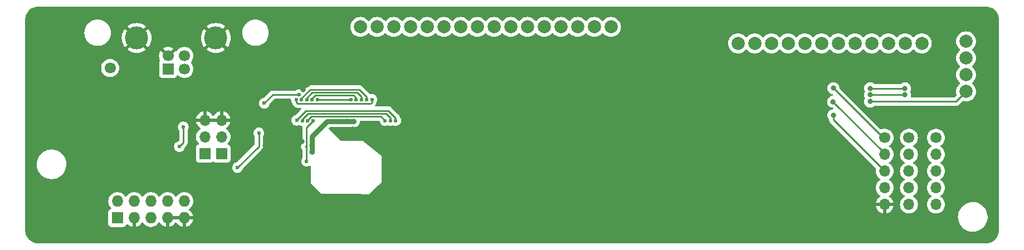
<source format=gbr>
G04 #@! TF.GenerationSoftware,KiCad,Pcbnew,7.0.1*
G04 #@! TF.CreationDate,2023-10-20T10:46:15+03:00*
G04 #@! TF.ProjectId,modelh,6d6f6465-6c68-42e6-9b69-6361645f7063,v0.1*
G04 #@! TF.SameCoordinates,Original*
G04 #@! TF.FileFunction,Copper,L2,Bot*
G04 #@! TF.FilePolarity,Positive*
%FSLAX46Y46*%
G04 Gerber Fmt 4.6, Leading zero omitted, Abs format (unit mm)*
G04 Created by KiCad (PCBNEW 7.0.1) date 2023-10-20 10:46:15*
%MOMM*%
%LPD*%
G01*
G04 APERTURE LIST*
G04 #@! TA.AperFunction,ComponentPad*
%ADD10C,2.000000*%
G04 #@! TD*
G04 #@! TA.AperFunction,ComponentPad*
%ADD11R,1.700000X1.700000*%
G04 #@! TD*
G04 #@! TA.AperFunction,ComponentPad*
%ADD12C,1.700000*%
G04 #@! TD*
G04 #@! TA.AperFunction,ComponentPad*
%ADD13C,3.500000*%
G04 #@! TD*
G04 #@! TA.AperFunction,ComponentPad*
%ADD14R,1.727200X1.727200*%
G04 #@! TD*
G04 #@! TA.AperFunction,ComponentPad*
%ADD15O,1.727200X1.727200*%
G04 #@! TD*
G04 #@! TA.AperFunction,ComponentPad*
%ADD16O,1.700000X1.700000*%
G04 #@! TD*
G04 #@! TA.AperFunction,ViaPad*
%ADD17C,0.800000*%
G04 #@! TD*
G04 #@! TA.AperFunction,ViaPad*
%ADD18C,0.600000*%
G04 #@! TD*
G04 #@! TA.AperFunction,Conductor*
%ADD19C,0.250000*%
G04 #@! TD*
G04 #@! TA.AperFunction,Conductor*
%ADD20C,0.500000*%
G04 #@! TD*
G04 #@! TA.AperFunction,Conductor*
%ADD21C,0.800000*%
G04 #@! TD*
G04 APERTURE END LIST*
D10*
X208750000Y-53300000D03*
X208750000Y-55840000D03*
X208750000Y-58380000D03*
X208750000Y-60920000D03*
D11*
X87470000Y-57490000D03*
D12*
X89970000Y-57490000D03*
X89970000Y-55490000D03*
X87470000Y-55490000D03*
D13*
X82700000Y-52780000D03*
X94740000Y-52780000D03*
D14*
X79770000Y-80140000D03*
D15*
X79770000Y-77600000D03*
X82310000Y-80140000D03*
X82310000Y-77600000D03*
X84850000Y-80140000D03*
X84850000Y-77600000D03*
X87390000Y-80140000D03*
X87390000Y-77600000D03*
X89930000Y-80140000D03*
X89930000Y-77600000D03*
D11*
X95610000Y-70340000D03*
X93070000Y-70340000D03*
D16*
X95610000Y-67800000D03*
X93070000Y-67800000D03*
X95610000Y-65260000D03*
X93070000Y-65260000D03*
D12*
X204170000Y-67940000D03*
D16*
X204170000Y-70480000D03*
X204170000Y-73020000D03*
X204170000Y-75560000D03*
X204170000Y-78100000D03*
D12*
X200070000Y-67940000D03*
D16*
X200070000Y-70480000D03*
X200070000Y-73020000D03*
X200070000Y-75560000D03*
X200070000Y-78100000D03*
D12*
X196370000Y-67940000D03*
D16*
X196370000Y-70480000D03*
X196370000Y-73020000D03*
X196370000Y-75560000D03*
X196370000Y-78100000D03*
D10*
X174080000Y-53600000D03*
X176620000Y-53600000D03*
X179160000Y-53600000D03*
X181700000Y-53600000D03*
X184240000Y-53600000D03*
X186780000Y-53600000D03*
X189320000Y-53600000D03*
X191860000Y-53600000D03*
X194400000Y-53600000D03*
X196940000Y-53600000D03*
X199480000Y-53600000D03*
X202020000Y-53600000D03*
X116700000Y-51100000D03*
X119240000Y-51100000D03*
X121780000Y-51100000D03*
X124320000Y-51100000D03*
X126860000Y-51100000D03*
X129400000Y-51100000D03*
X131940000Y-51100000D03*
X134480000Y-51100000D03*
X137020000Y-51100000D03*
X139560000Y-51100000D03*
X142100000Y-51100000D03*
X144640000Y-51100000D03*
X147180000Y-51100000D03*
X149720000Y-51100000D03*
X152260000Y-51100000D03*
X154800000Y-51100000D03*
D12*
X78670000Y-57340000D03*
D17*
X102270000Y-69110000D03*
X138000000Y-69000000D03*
X136000000Y-69000000D03*
X134000000Y-69000000D03*
X130000000Y-69000000D03*
X132000000Y-69000000D03*
X148000000Y-69000000D03*
X146000000Y-69000000D03*
X150000000Y-69000000D03*
X158000000Y-69000000D03*
X156000000Y-69000000D03*
X152000000Y-69000000D03*
X154000000Y-69000000D03*
X144000000Y-69000000D03*
X140000000Y-69000000D03*
X142000000Y-69000000D03*
X178000000Y-69000000D03*
X170000000Y-69000000D03*
X176000000Y-69000000D03*
X164000000Y-69000000D03*
X172000000Y-69000000D03*
X174000000Y-69000000D03*
X166000000Y-69000000D03*
X168000000Y-69000000D03*
X162000000Y-69000000D03*
X160000000Y-69000000D03*
X148000000Y-83000000D03*
X170000000Y-83000000D03*
X154000000Y-83000000D03*
X168000000Y-83000000D03*
X156000000Y-83000000D03*
X116000000Y-83000000D03*
X162000000Y-83000000D03*
X166000000Y-83000000D03*
X160000000Y-83000000D03*
X114000000Y-83000000D03*
X152000000Y-83000000D03*
X150000000Y-83000000D03*
X164000000Y-83000000D03*
X158000000Y-83000000D03*
X172000000Y-83000000D03*
X118000000Y-83000000D03*
X146000000Y-83000000D03*
X138000000Y-83000000D03*
X144000000Y-83000000D03*
X132000000Y-83000000D03*
X140000000Y-83000000D03*
X126000000Y-83000000D03*
X142000000Y-83000000D03*
X174000000Y-83000000D03*
X134000000Y-83000000D03*
X124000000Y-83000000D03*
X120000000Y-83000000D03*
X122000000Y-83000000D03*
X136000000Y-83000000D03*
X130000000Y-83000000D03*
X128000000Y-83000000D03*
X112000000Y-83000000D03*
X176000000Y-83000000D03*
X108000000Y-83000000D03*
X110000000Y-83000000D03*
X178000000Y-83000000D03*
X182000000Y-83000000D03*
X186000000Y-83000000D03*
X190000000Y-83000000D03*
X184000000Y-83000000D03*
X194000000Y-83000000D03*
X192000000Y-83000000D03*
X188000000Y-83000000D03*
X180000000Y-83000000D03*
X211000000Y-49000000D03*
X199000000Y-49000000D03*
X207000000Y-49000000D03*
X203000000Y-49000000D03*
X209000000Y-49000000D03*
X205000000Y-49000000D03*
X201000000Y-49000000D03*
X195000000Y-49000000D03*
X193000000Y-49000000D03*
X197000000Y-49000000D03*
X181000000Y-49000000D03*
X177000000Y-49000000D03*
X185000000Y-49000000D03*
X183000000Y-49000000D03*
X187000000Y-49000000D03*
X179000000Y-49000000D03*
X191000000Y-49000000D03*
X175000000Y-49000000D03*
X189000000Y-49000000D03*
X173000000Y-49000000D03*
X171000000Y-49000000D03*
X167000000Y-49000000D03*
X163000000Y-49000000D03*
X159000000Y-49000000D03*
X153000000Y-49000000D03*
X161000000Y-49000000D03*
X155000000Y-49000000D03*
X157000000Y-49000000D03*
X169000000Y-49000000D03*
X165000000Y-49000000D03*
X143000000Y-49000000D03*
X151000000Y-49000000D03*
X133000000Y-49000000D03*
X145000000Y-49000000D03*
X139000000Y-49000000D03*
X149000000Y-49000000D03*
X141000000Y-49000000D03*
X135000000Y-49000000D03*
X147000000Y-49000000D03*
X137000000Y-49000000D03*
X113000000Y-49000000D03*
X131000000Y-49000000D03*
X115000000Y-49000000D03*
X123000000Y-49000000D03*
X117000000Y-49000000D03*
X127000000Y-49000000D03*
X121000000Y-49000000D03*
X129000000Y-49000000D03*
X119000000Y-49000000D03*
X125000000Y-49000000D03*
X67000000Y-81000000D03*
X67000000Y-79000000D03*
X213000000Y-63000000D03*
X76370000Y-64340000D03*
X149000000Y-59000000D03*
X79000000Y-49000000D03*
X67000000Y-67000000D03*
X90000000Y-52000000D03*
X87870000Y-64440000D03*
X108000000Y-60600000D03*
X105000000Y-49000000D03*
X88870000Y-63440000D03*
X103270000Y-69110010D03*
X99000000Y-49000000D03*
X126000000Y-69000000D03*
X77000000Y-49000000D03*
X151000000Y-59000000D03*
X178000000Y-77000000D03*
X184000000Y-69000000D03*
X205000000Y-55000000D03*
X205000000Y-65000000D03*
X205000000Y-51000000D03*
X67000000Y-59000000D03*
X126000000Y-79000000D03*
X213000000Y-59000000D03*
X73000000Y-49000000D03*
X98870000Y-60440000D03*
X75000000Y-49000000D03*
X190000000Y-69000000D03*
X86870000Y-63440000D03*
X71000000Y-83000000D03*
X81000000Y-83000000D03*
X67000000Y-63000000D03*
X213000000Y-53000000D03*
X88870000Y-64440000D03*
X67000000Y-51000000D03*
X113570000Y-77140000D03*
X167000000Y-59000000D03*
X87870000Y-63440000D03*
X88000000Y-50000000D03*
X104500000Y-73750000D03*
X124000000Y-69000000D03*
X204000000Y-83000000D03*
X108000000Y-73750000D03*
X99770000Y-60440000D03*
X117800000Y-66700000D03*
X76370000Y-65440000D03*
X115570000Y-66690000D03*
X108700000Y-59900004D03*
X203000000Y-65000000D03*
X95000000Y-49000000D03*
X122000000Y-69000000D03*
X85000000Y-49000000D03*
X213000000Y-69000000D03*
X101000000Y-49000000D03*
X206000000Y-83000000D03*
X67000000Y-65000000D03*
X77000000Y-83000000D03*
X98250000Y-74500000D03*
X178000000Y-81000000D03*
X93000000Y-49000000D03*
X67000000Y-61000000D03*
X79000000Y-83000000D03*
X69000000Y-49000000D03*
X126000000Y-81000000D03*
X163000000Y-59000000D03*
X199000000Y-65000000D03*
X87000000Y-83000000D03*
X213000000Y-77000000D03*
X100670000Y-60459990D03*
X86870000Y-64440000D03*
X92000000Y-50000000D03*
X86000000Y-52000000D03*
X126000000Y-73000000D03*
X208000000Y-83000000D03*
X126000000Y-71000000D03*
X200000000Y-83000000D03*
X186000000Y-69000000D03*
X178000000Y-79000000D03*
X77370000Y-64840000D03*
X73000000Y-83000000D03*
X213000000Y-51000000D03*
X67000000Y-77000000D03*
X97000000Y-49000000D03*
X114570000Y-77140000D03*
X115570000Y-77140000D03*
X107000000Y-49000000D03*
X106000000Y-83000000D03*
X178000000Y-73000000D03*
X88000000Y-52000000D03*
X213000000Y-61000000D03*
X153000000Y-59000000D03*
X107794990Y-68540000D03*
X178000000Y-75000000D03*
X128000000Y-69000000D03*
X155000000Y-59000000D03*
X77370000Y-65940000D03*
X116700000Y-66700000D03*
X205000000Y-53000000D03*
X201000000Y-65000000D03*
X213000000Y-65000000D03*
X83000000Y-83000000D03*
X89000000Y-83000000D03*
X213000000Y-55000000D03*
X196000000Y-83000000D03*
X83000000Y-49000000D03*
X93000000Y-83000000D03*
X213000000Y-57000000D03*
X67000000Y-53000000D03*
X96500000Y-76000000D03*
X98250000Y-76000000D03*
X197000000Y-65000000D03*
X85000000Y-83000000D03*
X67000000Y-75000000D03*
X182000000Y-69000000D03*
X157000000Y-59000000D03*
X213000000Y-75000000D03*
X96500000Y-74500000D03*
X198000000Y-83000000D03*
X69000000Y-83000000D03*
X106250000Y-73750000D03*
X159000000Y-59000000D03*
X91000000Y-83000000D03*
X188000000Y-69000000D03*
X120000000Y-69000000D03*
X213000000Y-73000000D03*
X81000000Y-49000000D03*
X90000000Y-50000000D03*
X213000000Y-71000000D03*
X126000000Y-77000000D03*
X67000000Y-57000000D03*
X86000000Y-50000000D03*
X67000000Y-55000000D03*
X161000000Y-59000000D03*
X202000000Y-83000000D03*
X213000000Y-67000000D03*
X165000000Y-59000000D03*
X103000000Y-49000000D03*
X104270000Y-69110010D03*
X109000000Y-49000000D03*
X92000000Y-52000000D03*
X178000000Y-71000000D03*
X213000000Y-79000000D03*
X180000000Y-69000000D03*
X126000000Y-75000000D03*
X111000000Y-49000000D03*
X71000000Y-49000000D03*
X67000000Y-69000000D03*
X194170000Y-62440000D03*
X199470000Y-61440000D03*
X194157340Y-61427340D03*
X199470000Y-60440000D03*
X194170161Y-60427411D03*
X109370000Y-70140000D03*
X114670000Y-65440000D03*
X109370000Y-69140000D03*
X115720000Y-65440000D03*
D18*
X109528158Y-65366699D03*
X108520000Y-71540004D03*
X107770000Y-62140000D03*
X117670000Y-62140000D03*
X106970000Y-62140000D03*
X118470000Y-62140000D03*
X108570000Y-62140000D03*
X116870000Y-62140000D03*
X109370000Y-62140000D03*
X116070000Y-62140000D03*
X110170000Y-62140000D03*
X115270000Y-62140000D03*
X101270000Y-67215000D03*
X98020000Y-72490000D03*
X89800000Y-66300000D03*
X89200000Y-69300000D03*
D17*
X188590000Y-60420000D03*
D18*
X108670000Y-65340000D03*
X120470000Y-65340000D03*
X107870000Y-65340000D03*
D17*
X188540000Y-62470000D03*
D18*
X121270000Y-65340000D03*
X122070000Y-65340000D03*
X107028051Y-65298051D03*
D17*
X188570000Y-64540000D03*
D18*
X107400000Y-61400000D03*
X102100000Y-62700000D03*
D19*
X194170000Y-62440000D02*
X207250000Y-62440000D01*
X207250000Y-62440000D02*
X208770000Y-60920000D01*
X194170000Y-61440000D02*
X194157340Y-61427340D01*
X199470000Y-61440000D02*
X194170000Y-61440000D01*
X194182750Y-60440000D02*
X194170161Y-60427411D01*
X199470000Y-60440000D02*
X194182750Y-60440000D01*
D20*
X109370000Y-69140000D02*
X109370000Y-69140000D01*
D21*
X115700000Y-65440000D02*
X111670000Y-65440000D01*
X109370000Y-67740000D02*
X109370000Y-69140000D01*
X111670000Y-65440000D02*
X109370000Y-67740000D01*
X109370000Y-70140000D02*
X109370000Y-69140000D01*
D19*
X108520000Y-69290000D02*
X108520000Y-71540004D01*
X108520000Y-69290000D02*
X108320000Y-69290000D01*
X109528158Y-65366699D02*
X108520000Y-66374857D01*
X108520000Y-66374857D02*
X108520000Y-69290000D01*
X109085020Y-60614980D02*
X116569244Y-60614980D01*
X116569244Y-60614980D02*
X117670000Y-61715736D01*
X107770000Y-61930000D02*
X109085020Y-60614980D01*
X117670000Y-61715736D02*
X117670000Y-62140000D01*
X107770000Y-62140000D02*
X107770000Y-61930000D01*
X118269263Y-62765001D02*
X118470000Y-62564264D01*
X118470000Y-62564264D02*
X118470000Y-62140000D01*
X106970000Y-62140000D02*
X106970000Y-62564264D01*
X106970000Y-62564264D02*
X107170737Y-62765001D01*
X107170737Y-62765001D02*
X118269263Y-62765001D01*
X116870000Y-61715736D02*
X116219253Y-61064989D01*
X116870000Y-62140000D02*
X116870000Y-61715736D01*
X108570000Y-61872868D02*
X108570000Y-62140000D01*
X109377879Y-61064989D02*
X108570000Y-61872868D01*
X116219253Y-61064989D02*
X109377879Y-61064989D01*
X109869999Y-61514999D02*
X115692131Y-61514999D01*
X109370000Y-62014998D02*
X109869999Y-61514999D01*
X109370000Y-62140000D02*
X109370000Y-62014998D01*
X116070000Y-62014998D02*
X116070000Y-62140000D01*
X116070000Y-61892868D02*
X116070000Y-62140000D01*
X115692131Y-61514999D02*
X116070000Y-61892868D01*
X115270000Y-62140000D02*
X110170000Y-62140000D01*
X101270000Y-67215000D02*
X101270000Y-69240000D01*
X101270000Y-69240000D02*
X98020000Y-72490000D01*
X89800000Y-68700000D02*
X89200000Y-69300000D01*
X89800000Y-66300000D02*
X89800000Y-68700000D01*
X120470000Y-65340000D02*
X119844999Y-64714999D01*
X119844999Y-64714999D02*
X109295001Y-64714999D01*
X108969999Y-65040001D02*
X108670000Y-65340000D01*
X109295001Y-64714999D02*
X108969999Y-65040001D01*
X188590000Y-60420000D02*
X196110000Y-67940000D01*
X196110000Y-67940000D02*
X196370000Y-67940000D01*
X108727879Y-64264989D02*
X107870000Y-65122868D01*
X121270000Y-65340000D02*
X121270000Y-64915736D01*
X121270000Y-64915736D02*
X120619253Y-64264989D01*
X120619253Y-64264989D02*
X108727879Y-64264989D01*
X196370000Y-70300000D02*
X196370000Y-70480000D01*
X188540000Y-62470000D02*
X196370000Y-70300000D01*
X107870000Y-65122868D02*
X107870000Y-65340000D01*
X122070000Y-65340000D02*
X122070000Y-64915736D01*
X188570000Y-65220000D02*
X196370000Y-73020000D01*
X122070000Y-64915736D02*
X120969244Y-63814980D01*
X107028051Y-65171949D02*
X107028051Y-65298051D01*
X120969244Y-63814980D02*
X108385020Y-63814980D01*
X188570000Y-64540000D02*
X188570000Y-65220000D01*
X108385020Y-63814980D02*
X107028051Y-65171949D01*
X103400000Y-61400000D02*
X106975736Y-61400000D01*
X102100000Y-62700000D02*
X103400000Y-61400000D01*
X106975736Y-61400000D02*
X107400000Y-61400000D01*
G04 #@! TA.AperFunction,Conductor*
G36*
X211774487Y-47990321D02*
G01*
X211832731Y-47994486D01*
X212045648Y-48009714D01*
X212063435Y-48012272D01*
X212324657Y-48069098D01*
X212341896Y-48074158D01*
X212592392Y-48167589D01*
X212608738Y-48175054D01*
X212843374Y-48303175D01*
X212858498Y-48312895D01*
X213072509Y-48473102D01*
X213086095Y-48484875D01*
X213275124Y-48673904D01*
X213286897Y-48687490D01*
X213447104Y-48901501D01*
X213456824Y-48916625D01*
X213584945Y-49151261D01*
X213592413Y-49167613D01*
X213685838Y-49418095D01*
X213690902Y-49435345D01*
X213747726Y-49696560D01*
X213750285Y-49714354D01*
X213769679Y-49985512D01*
X213770000Y-49994501D01*
X213770000Y-81985499D01*
X213769679Y-81994488D01*
X213750285Y-82265645D01*
X213747726Y-82283439D01*
X213690902Y-82544654D01*
X213685838Y-82561904D01*
X213592413Y-82812386D01*
X213584945Y-82828738D01*
X213456824Y-83063374D01*
X213447104Y-83078498D01*
X213286897Y-83292509D01*
X213275124Y-83306095D01*
X213086095Y-83495124D01*
X213072509Y-83506897D01*
X212858498Y-83667104D01*
X212843374Y-83676824D01*
X212608738Y-83804945D01*
X212592386Y-83812413D01*
X212341904Y-83905838D01*
X212324654Y-83910902D01*
X212063439Y-83967726D01*
X212045645Y-83970285D01*
X211774488Y-83989679D01*
X211765499Y-83990000D01*
X67774501Y-83990000D01*
X67765512Y-83989679D01*
X67494354Y-83970285D01*
X67476560Y-83967726D01*
X67215345Y-83910902D01*
X67198095Y-83905838D01*
X66947613Y-83812413D01*
X66931261Y-83804945D01*
X66696625Y-83676824D01*
X66681501Y-83667104D01*
X66467490Y-83506897D01*
X66453904Y-83495124D01*
X66264875Y-83306095D01*
X66253102Y-83292509D01*
X66092895Y-83078498D01*
X66083175Y-83063374D01*
X65955054Y-82828738D01*
X65947589Y-82812392D01*
X65854158Y-82561896D01*
X65849097Y-82544654D01*
X65792273Y-82283439D01*
X65789714Y-82265644D01*
X65785043Y-82200340D01*
X65770321Y-81994487D01*
X65770000Y-81985499D01*
X65770000Y-77600000D01*
X78393198Y-77600000D01*
X78411976Y-77826614D01*
X78411976Y-77826617D01*
X78411977Y-77826618D01*
X78467796Y-78047045D01*
X78559139Y-78255285D01*
X78683507Y-78445646D01*
X78683510Y-78445649D01*
X78810919Y-78584053D01*
X78840156Y-78637656D01*
X78840759Y-78698712D01*
X78812585Y-78752882D01*
X78762251Y-78787446D01*
X78660193Y-78825511D01*
X78543138Y-78913138D01*
X78455511Y-79030194D01*
X78419384Y-79127054D01*
X78404411Y-79167199D01*
X78397900Y-79227762D01*
X78397900Y-81052238D01*
X78404411Y-81112801D01*
X78429960Y-81181302D01*
X78455511Y-81249805D01*
X78543138Y-81366861D01*
X78660194Y-81454488D01*
X78660195Y-81454488D01*
X78660196Y-81454489D01*
X78797199Y-81505589D01*
X78857762Y-81512100D01*
X80682238Y-81512100D01*
X80742801Y-81505589D01*
X80879804Y-81454489D01*
X80996861Y-81366861D01*
X81084489Y-81249804D01*
X81123154Y-81146140D01*
X81159684Y-81094103D01*
X81216975Y-81066527D01*
X81280437Y-81070437D01*
X81333910Y-81104838D01*
X81377856Y-81152577D01*
X81557238Y-81292194D01*
X81757144Y-81400379D01*
X81972135Y-81474185D01*
X82056000Y-81488180D01*
X82056000Y-80012000D01*
X82072881Y-79949000D01*
X82119000Y-79902881D01*
X82182000Y-79886000D01*
X82438000Y-79886000D01*
X82501000Y-79902881D01*
X82547119Y-79949000D01*
X82564000Y-80012000D01*
X82564000Y-81488180D01*
X82647864Y-81474185D01*
X82862855Y-81400379D01*
X83062761Y-81292194D01*
X83242146Y-81152574D01*
X83396093Y-80985343D01*
X83474219Y-80865764D01*
X83519733Y-80823865D01*
X83579702Y-80808679D01*
X83639672Y-80823865D01*
X83685185Y-80865764D01*
X83763510Y-80985650D01*
X83917515Y-81152945D01*
X84096960Y-81292612D01*
X84296095Y-81400379D01*
X84296945Y-81400839D01*
X84512015Y-81474672D01*
X84592963Y-81488180D01*
X84736302Y-81512100D01*
X84736305Y-81512100D01*
X84963695Y-81512100D01*
X84963698Y-81512100D01*
X85075839Y-81493386D01*
X85187985Y-81474672D01*
X85403055Y-81400839D01*
X85603039Y-81292612D01*
X85782483Y-81152946D01*
X85782826Y-81152574D01*
X85936489Y-80985650D01*
X85936689Y-80985345D01*
X86014814Y-80865764D01*
X86060327Y-80823867D01*
X86120296Y-80808680D01*
X86180265Y-80823866D01*
X86225779Y-80865764D01*
X86303904Y-80985341D01*
X86457853Y-81152574D01*
X86637238Y-81292194D01*
X86837144Y-81400379D01*
X87052135Y-81474185D01*
X87136000Y-81488180D01*
X87136000Y-80394000D01*
X87644000Y-80394000D01*
X87644000Y-81488180D01*
X87727864Y-81474185D01*
X87942855Y-81400379D01*
X88142761Y-81292194D01*
X88322146Y-81152574D01*
X88476091Y-80985345D01*
X88554517Y-80865307D01*
X88600031Y-80823409D01*
X88660000Y-80808223D01*
X88719969Y-80823409D01*
X88765483Y-80865307D01*
X88843908Y-80985345D01*
X88997853Y-81152574D01*
X89177238Y-81292194D01*
X89377144Y-81400379D01*
X89592135Y-81474185D01*
X89676000Y-81488180D01*
X89676000Y-80394000D01*
X90184000Y-80394000D01*
X90184000Y-81488180D01*
X90267864Y-81474185D01*
X90482855Y-81400379D01*
X90682761Y-81292194D01*
X90862146Y-81152574D01*
X91016091Y-80985345D01*
X91140421Y-80795046D01*
X91231729Y-80586881D01*
X91280574Y-80394000D01*
X90184000Y-80394000D01*
X89676000Y-80394000D01*
X87644000Y-80394000D01*
X87136000Y-80394000D01*
X87136000Y-80065373D01*
X207515723Y-80065373D01*
X207523230Y-80140000D01*
X207545882Y-80365162D01*
X207615731Y-80658261D01*
X207724023Y-80939434D01*
X207840828Y-81152577D01*
X207868826Y-81203667D01*
X208047552Y-81446236D01*
X208047554Y-81446238D01*
X208257020Y-81662824D01*
X208493485Y-81849558D01*
X208752730Y-82003109D01*
X208902366Y-82066560D01*
X209030128Y-82120736D01*
X209320726Y-82200340D01*
X209507157Y-82225412D01*
X209619347Y-82240500D01*
X209845239Y-82240500D01*
X209845244Y-82240500D01*
X210070634Y-82225412D01*
X210365903Y-82165396D01*
X210650537Y-82066560D01*
X210919459Y-81930668D01*
X211167869Y-81760144D01*
X211391333Y-81558032D01*
X211525736Y-81399059D01*
X211585867Y-81327937D01*
X211723205Y-81112800D01*
X211747993Y-81073970D01*
X211874823Y-80800658D01*
X211964093Y-80512879D01*
X212014209Y-80215770D01*
X212024277Y-79914631D01*
X211994118Y-79614838D01*
X211924269Y-79321739D01*
X211815977Y-79040566D01*
X211671175Y-78776335D01*
X211671173Y-78776332D01*
X211492447Y-78533763D01*
X211485780Y-78526869D01*
X211282980Y-78317176D01*
X211046515Y-78130442D01*
X210787270Y-77976891D01*
X210787267Y-77976890D01*
X210787266Y-77976889D01*
X210509871Y-77859263D01*
X210219273Y-77779659D01*
X209949267Y-77743348D01*
X209920653Y-77739500D01*
X209694756Y-77739500D01*
X209582061Y-77747043D01*
X209469361Y-77754588D01*
X209174096Y-77814603D01*
X208889462Y-77913439D01*
X208620545Y-78049329D01*
X208372130Y-78219856D01*
X208148665Y-78421969D01*
X207954132Y-78652062D01*
X207792007Y-78906028D01*
X207665178Y-79179338D01*
X207575906Y-79467121D01*
X207525791Y-79764227D01*
X207515723Y-80065373D01*
X87136000Y-80065373D01*
X87136000Y-80012000D01*
X87152881Y-79949000D01*
X87199000Y-79902881D01*
X87262000Y-79886000D01*
X91280574Y-79886000D01*
X91280574Y-79885999D01*
X91231729Y-79693118D01*
X91140421Y-79484953D01*
X91016091Y-79294654D01*
X90862146Y-79127425D01*
X90682763Y-78987806D01*
X90670364Y-78981096D01*
X90622093Y-78934778D01*
X90604335Y-78870280D01*
X90622096Y-78805783D01*
X90670364Y-78759470D01*
X90683039Y-78752612D01*
X90862483Y-78612946D01*
X91016490Y-78445649D01*
X91076367Y-78354000D01*
X195033455Y-78354000D01*
X195081177Y-78542451D01*
X195171580Y-78748548D01*
X195294678Y-78936962D01*
X195447096Y-79102533D01*
X195624697Y-79240766D01*
X195822631Y-79347883D01*
X196035485Y-79420955D01*
X196116000Y-79434391D01*
X196116000Y-78354000D01*
X196624000Y-78354000D01*
X196624000Y-79434391D01*
X196704514Y-79420955D01*
X196917368Y-79347883D01*
X197115302Y-79240766D01*
X197292903Y-79102533D01*
X197445321Y-78936962D01*
X197568419Y-78748548D01*
X197658822Y-78542451D01*
X197706544Y-78354000D01*
X196624000Y-78354000D01*
X196116000Y-78354000D01*
X195033455Y-78354000D01*
X91076367Y-78354000D01*
X91140861Y-78255285D01*
X91208976Y-78100000D01*
X198706844Y-78100000D01*
X198725436Y-78324368D01*
X198725436Y-78324371D01*
X198725437Y-78324372D01*
X198780702Y-78542611D01*
X198871139Y-78748790D01*
X198956315Y-78879161D01*
X198994278Y-78937268D01*
X199089371Y-79040566D01*
X199146762Y-79102908D01*
X199324421Y-79241187D01*
X199324424Y-79241189D01*
X199522426Y-79348342D01*
X199735365Y-79421444D01*
X199957431Y-79458500D01*
X200182566Y-79458500D01*
X200182569Y-79458500D01*
X200404635Y-79421444D01*
X200617574Y-79348342D01*
X200815576Y-79241189D01*
X200993240Y-79102906D01*
X201145722Y-78937268D01*
X201268860Y-78748791D01*
X201359296Y-78542616D01*
X201414564Y-78324368D01*
X201433156Y-78100000D01*
X202806844Y-78100000D01*
X202825436Y-78324368D01*
X202825436Y-78324371D01*
X202825437Y-78324372D01*
X202880702Y-78542611D01*
X202971139Y-78748790D01*
X203056315Y-78879161D01*
X203094278Y-78937268D01*
X203189371Y-79040566D01*
X203246762Y-79102908D01*
X203424421Y-79241187D01*
X203424424Y-79241189D01*
X203622426Y-79348342D01*
X203835365Y-79421444D01*
X204057431Y-79458500D01*
X204282566Y-79458500D01*
X204282569Y-79458500D01*
X204504635Y-79421444D01*
X204717574Y-79348342D01*
X204915576Y-79241189D01*
X205093240Y-79102906D01*
X205245722Y-78937268D01*
X205368860Y-78748791D01*
X205459296Y-78542616D01*
X205514564Y-78324368D01*
X205533156Y-78100000D01*
X205514564Y-77875632D01*
X205459296Y-77657384D01*
X205368860Y-77451209D01*
X205245722Y-77262732D01*
X205093240Y-77097094D01*
X205093239Y-77097093D01*
X205093237Y-77097091D01*
X204915579Y-76958813D01*
X204915577Y-76958812D01*
X204915576Y-76958811D01*
X204882317Y-76940812D01*
X204834047Y-76894498D01*
X204816288Y-76830000D01*
X204834047Y-76765502D01*
X204882317Y-76719187D01*
X204915576Y-76701189D01*
X205093240Y-76562906D01*
X205245722Y-76397268D01*
X205368860Y-76208791D01*
X205459296Y-76002616D01*
X205514564Y-75784368D01*
X205533156Y-75560000D01*
X205514564Y-75335632D01*
X205459296Y-75117384D01*
X205368860Y-74911209D01*
X205245722Y-74722732D01*
X205093240Y-74557094D01*
X205093239Y-74557093D01*
X205093237Y-74557091D01*
X204915579Y-74418813D01*
X204915577Y-74418812D01*
X204915576Y-74418811D01*
X204882317Y-74400812D01*
X204834047Y-74354498D01*
X204816288Y-74290000D01*
X204834047Y-74225502D01*
X204882317Y-74179187D01*
X204915576Y-74161189D01*
X205093240Y-74022906D01*
X205245722Y-73857268D01*
X205368860Y-73668791D01*
X205459296Y-73462616D01*
X205514564Y-73244368D01*
X205533156Y-73020000D01*
X205514564Y-72795632D01*
X205459296Y-72577384D01*
X205368860Y-72371209D01*
X205245722Y-72182732D01*
X205093240Y-72017094D01*
X205093239Y-72017093D01*
X205093237Y-72017091D01*
X204915579Y-71878813D01*
X204915577Y-71878812D01*
X204915576Y-71878811D01*
X204882317Y-71860812D01*
X204834047Y-71814498D01*
X204816288Y-71750000D01*
X204834047Y-71685502D01*
X204882317Y-71639187D01*
X204915576Y-71621189D01*
X205093240Y-71482906D01*
X205245722Y-71317268D01*
X205368860Y-71128791D01*
X205459296Y-70922616D01*
X205514564Y-70704368D01*
X205533156Y-70480000D01*
X205514564Y-70255632D01*
X205459296Y-70037384D01*
X205368860Y-69831209D01*
X205245722Y-69642732D01*
X205093240Y-69477094D01*
X205093239Y-69477093D01*
X205093237Y-69477091D01*
X204915579Y-69338813D01*
X204915577Y-69338812D01*
X204915576Y-69338811D01*
X204882317Y-69320812D01*
X204834047Y-69274498D01*
X204816288Y-69210000D01*
X204834047Y-69145502D01*
X204882317Y-69099187D01*
X204915576Y-69081189D01*
X205093240Y-68942906D01*
X205245722Y-68777268D01*
X205368860Y-68588791D01*
X205459296Y-68382616D01*
X205514564Y-68164368D01*
X205533156Y-67940000D01*
X205514564Y-67715632D01*
X205459296Y-67497384D01*
X205368860Y-67291209D01*
X205245722Y-67102732D01*
X205093240Y-66937094D01*
X205093239Y-66937093D01*
X205093237Y-66937091D01*
X204915578Y-66798812D01*
X204717573Y-66691657D01*
X204559121Y-66637261D01*
X204504635Y-66618556D01*
X204282569Y-66581500D01*
X204057431Y-66581500D01*
X203835365Y-66618556D01*
X203835362Y-66618556D01*
X203835362Y-66618557D01*
X203622426Y-66691657D01*
X203424421Y-66798812D01*
X203246762Y-66937091D01*
X203094278Y-67102731D01*
X202971139Y-67291209D01*
X202880702Y-67497388D01*
X202830483Y-67695700D01*
X202825436Y-67715632D01*
X202806844Y-67940000D01*
X202825436Y-68164368D01*
X202825436Y-68164371D01*
X202825437Y-68164372D01*
X202880702Y-68382611D01*
X202880703Y-68382614D01*
X202880704Y-68382616D01*
X202901811Y-68430736D01*
X202971139Y-68588790D01*
X203024278Y-68670125D01*
X203094278Y-68777268D01*
X203245179Y-68941189D01*
X203246762Y-68942908D01*
X203424418Y-69081185D01*
X203424420Y-69081186D01*
X203424424Y-69081189D01*
X203457682Y-69099187D01*
X203505952Y-69145503D01*
X203523711Y-69210000D01*
X203505952Y-69274497D01*
X203457682Y-69320812D01*
X203432794Y-69334281D01*
X203424418Y-69338814D01*
X203246762Y-69477091D01*
X203094278Y-69642731D01*
X202971139Y-69831209D01*
X202880702Y-70037388D01*
X202825437Y-70255627D01*
X202825436Y-70255632D01*
X202806844Y-70480000D01*
X202825436Y-70704368D01*
X202825436Y-70704371D01*
X202825437Y-70704372D01*
X202880702Y-70922611D01*
X202971139Y-71128790D01*
X203094278Y-71317268D01*
X203246762Y-71482908D01*
X203424418Y-71621185D01*
X203424420Y-71621186D01*
X203424424Y-71621189D01*
X203457682Y-71639187D01*
X203505952Y-71685503D01*
X203523711Y-71750000D01*
X203505952Y-71814497D01*
X203457682Y-71860812D01*
X203432794Y-71874281D01*
X203424418Y-71878814D01*
X203246762Y-72017091D01*
X203094278Y-72182731D01*
X202971139Y-72371209D01*
X202880702Y-72577388D01*
X202853182Y-72686064D01*
X202825436Y-72795632D01*
X202806844Y-73020000D01*
X202825436Y-73244368D01*
X202825436Y-73244371D01*
X202825437Y-73244372D01*
X202880702Y-73462611D01*
X202971139Y-73668790D01*
X202971140Y-73668791D01*
X203094278Y-73857268D01*
X203228535Y-74003109D01*
X203246762Y-74022908D01*
X203302846Y-74066560D01*
X203424424Y-74161189D01*
X203457682Y-74179187D01*
X203505951Y-74225500D01*
X203523711Y-74289997D01*
X203505953Y-74354494D01*
X203457683Y-74400811D01*
X203424423Y-74418810D01*
X203246762Y-74557091D01*
X203094278Y-74722731D01*
X202971139Y-74911209D01*
X202880702Y-75117388D01*
X202825437Y-75335627D01*
X202825436Y-75335632D01*
X202806844Y-75560000D01*
X202825436Y-75784368D01*
X202825436Y-75784371D01*
X202825437Y-75784372D01*
X202880702Y-76002611D01*
X202971139Y-76208790D01*
X203094278Y-76397268D01*
X203246762Y-76562908D01*
X203424418Y-76701185D01*
X203424420Y-76701186D01*
X203424424Y-76701189D01*
X203457682Y-76719187D01*
X203505952Y-76765503D01*
X203523711Y-76830000D01*
X203505952Y-76894497D01*
X203457682Y-76940812D01*
X203432794Y-76954281D01*
X203424418Y-76958814D01*
X203246762Y-77097091D01*
X203094278Y-77262731D01*
X202971139Y-77451209D01*
X202880702Y-77657388D01*
X202829581Y-77859263D01*
X202825436Y-77875632D01*
X202806844Y-78100000D01*
X201433156Y-78100000D01*
X201414564Y-77875632D01*
X201359296Y-77657384D01*
X201268860Y-77451209D01*
X201145722Y-77262732D01*
X200993240Y-77097094D01*
X200993239Y-77097093D01*
X200993237Y-77097091D01*
X200815579Y-76958813D01*
X200815577Y-76958812D01*
X200815576Y-76958811D01*
X200782317Y-76940812D01*
X200734047Y-76894498D01*
X200716288Y-76830000D01*
X200734047Y-76765502D01*
X200782317Y-76719187D01*
X200815576Y-76701189D01*
X200993240Y-76562906D01*
X201145722Y-76397268D01*
X201268860Y-76208791D01*
X201359296Y-76002616D01*
X201414564Y-75784368D01*
X201433156Y-75560000D01*
X201414564Y-75335632D01*
X201359296Y-75117384D01*
X201268860Y-74911209D01*
X201145722Y-74722732D01*
X200993240Y-74557094D01*
X200993239Y-74557093D01*
X200993237Y-74557091D01*
X200815579Y-74418813D01*
X200815577Y-74418812D01*
X200815576Y-74418811D01*
X200782317Y-74400812D01*
X200734047Y-74354498D01*
X200716288Y-74290000D01*
X200734047Y-74225502D01*
X200782317Y-74179187D01*
X200815576Y-74161189D01*
X200993240Y-74022906D01*
X201145722Y-73857268D01*
X201268860Y-73668791D01*
X201359296Y-73462616D01*
X201414564Y-73244368D01*
X201433156Y-73020000D01*
X201414564Y-72795632D01*
X201359296Y-72577384D01*
X201268860Y-72371209D01*
X201145722Y-72182732D01*
X200993240Y-72017094D01*
X200993239Y-72017093D01*
X200993237Y-72017091D01*
X200815579Y-71878813D01*
X200815577Y-71878812D01*
X200815576Y-71878811D01*
X200782317Y-71860812D01*
X200734047Y-71814498D01*
X200716288Y-71750000D01*
X200734047Y-71685502D01*
X200782317Y-71639187D01*
X200815576Y-71621189D01*
X200993240Y-71482906D01*
X201145722Y-71317268D01*
X201268860Y-71128791D01*
X201359296Y-70922616D01*
X201414564Y-70704368D01*
X201433156Y-70480000D01*
X201414564Y-70255632D01*
X201359296Y-70037384D01*
X201268860Y-69831209D01*
X201145722Y-69642732D01*
X200993240Y-69477094D01*
X200993239Y-69477093D01*
X200993237Y-69477091D01*
X200815579Y-69338813D01*
X200815577Y-69338812D01*
X200815576Y-69338811D01*
X200782317Y-69320812D01*
X200734047Y-69274498D01*
X200716288Y-69210000D01*
X200734047Y-69145502D01*
X200782317Y-69099187D01*
X200815576Y-69081189D01*
X200993240Y-68942906D01*
X201145722Y-68777268D01*
X201268860Y-68588791D01*
X201359296Y-68382616D01*
X201414564Y-68164368D01*
X201433156Y-67940000D01*
X201414564Y-67715632D01*
X201359296Y-67497384D01*
X201268860Y-67291209D01*
X201145722Y-67102732D01*
X200993240Y-66937094D01*
X200993239Y-66937093D01*
X200993237Y-66937091D01*
X200815578Y-66798812D01*
X200617573Y-66691657D01*
X200459121Y-66637261D01*
X200404635Y-66618556D01*
X200182569Y-66581500D01*
X199957431Y-66581500D01*
X199735365Y-66618556D01*
X199735362Y-66618556D01*
X199735362Y-66618557D01*
X199522426Y-66691657D01*
X199324421Y-66798812D01*
X199146762Y-66937091D01*
X198994278Y-67102731D01*
X198871139Y-67291209D01*
X198780702Y-67497388D01*
X198730483Y-67695700D01*
X198725436Y-67715632D01*
X198706844Y-67940000D01*
X198725436Y-68164368D01*
X198725436Y-68164371D01*
X198725437Y-68164372D01*
X198780702Y-68382611D01*
X198780703Y-68382614D01*
X198780704Y-68382616D01*
X198801811Y-68430736D01*
X198871139Y-68588790D01*
X198924278Y-68670125D01*
X198994278Y-68777268D01*
X199145179Y-68941189D01*
X199146762Y-68942908D01*
X199324418Y-69081185D01*
X199324420Y-69081186D01*
X199324424Y-69081189D01*
X199357682Y-69099187D01*
X199405952Y-69145503D01*
X199423711Y-69210000D01*
X199405952Y-69274497D01*
X199357682Y-69320812D01*
X199332794Y-69334281D01*
X199324418Y-69338814D01*
X199146762Y-69477091D01*
X198994278Y-69642731D01*
X198871139Y-69831209D01*
X198780702Y-70037388D01*
X198725437Y-70255627D01*
X198725436Y-70255632D01*
X198706844Y-70480000D01*
X198725436Y-70704368D01*
X198725436Y-70704371D01*
X198725437Y-70704372D01*
X198780702Y-70922611D01*
X198871139Y-71128790D01*
X198994278Y-71317268D01*
X199146762Y-71482908D01*
X199324418Y-71621185D01*
X199324420Y-71621186D01*
X199324424Y-71621189D01*
X199357682Y-71639187D01*
X199405952Y-71685503D01*
X199423711Y-71750000D01*
X199405952Y-71814497D01*
X199357682Y-71860812D01*
X199332794Y-71874281D01*
X199324418Y-71878814D01*
X199146762Y-72017091D01*
X198994278Y-72182731D01*
X198871139Y-72371209D01*
X198780702Y-72577388D01*
X198753182Y-72686064D01*
X198725436Y-72795632D01*
X198706844Y-73020000D01*
X198725436Y-73244368D01*
X198725436Y-73244371D01*
X198725437Y-73244372D01*
X198780702Y-73462611D01*
X198871139Y-73668790D01*
X198871140Y-73668791D01*
X198994278Y-73857268D01*
X199128535Y-74003109D01*
X199146762Y-74022908D01*
X199202846Y-74066560D01*
X199324424Y-74161189D01*
X199357682Y-74179187D01*
X199405951Y-74225500D01*
X199423711Y-74289997D01*
X199405953Y-74354494D01*
X199357683Y-74400811D01*
X199324423Y-74418810D01*
X199146762Y-74557091D01*
X198994278Y-74722731D01*
X198871139Y-74911209D01*
X198780702Y-75117388D01*
X198725437Y-75335627D01*
X198725436Y-75335632D01*
X198706844Y-75560000D01*
X198725436Y-75784368D01*
X198725436Y-75784371D01*
X198725437Y-75784372D01*
X198780702Y-76002611D01*
X198871139Y-76208790D01*
X198994278Y-76397268D01*
X199146762Y-76562908D01*
X199324418Y-76701185D01*
X199324420Y-76701186D01*
X199324424Y-76701189D01*
X199357682Y-76719187D01*
X199405952Y-76765503D01*
X199423711Y-76830000D01*
X199405952Y-76894497D01*
X199357682Y-76940812D01*
X199332794Y-76954281D01*
X199324418Y-76958814D01*
X199146762Y-77097091D01*
X198994278Y-77262731D01*
X198871139Y-77451209D01*
X198780702Y-77657388D01*
X198729581Y-77859263D01*
X198725436Y-77875632D01*
X198706844Y-78100000D01*
X91208976Y-78100000D01*
X91232203Y-78047047D01*
X91288024Y-77826614D01*
X91306802Y-77600000D01*
X91288024Y-77373386D01*
X91232203Y-77152953D01*
X91140861Y-76944715D01*
X91023776Y-76765503D01*
X91016489Y-76754349D01*
X90862484Y-76587054D01*
X90683039Y-76447387D01*
X90483056Y-76339161D01*
X90267982Y-76265327D01*
X90043698Y-76227900D01*
X90043695Y-76227900D01*
X89816305Y-76227900D01*
X89816302Y-76227900D01*
X89592017Y-76265327D01*
X89376943Y-76339161D01*
X89176960Y-76447387D01*
X88997515Y-76587054D01*
X88843510Y-76754349D01*
X88765483Y-76873779D01*
X88719969Y-76915678D01*
X88660000Y-76930864D01*
X88600031Y-76915678D01*
X88554517Y-76873779D01*
X88476489Y-76754349D01*
X88322484Y-76587054D01*
X88143039Y-76447387D01*
X87943056Y-76339161D01*
X87727982Y-76265327D01*
X87503698Y-76227900D01*
X87503695Y-76227900D01*
X87276305Y-76227900D01*
X87276302Y-76227900D01*
X87052017Y-76265327D01*
X86836943Y-76339161D01*
X86636960Y-76447387D01*
X86457515Y-76587054D01*
X86303510Y-76754349D01*
X86225483Y-76873779D01*
X86179969Y-76915678D01*
X86120000Y-76930864D01*
X86060031Y-76915678D01*
X86014517Y-76873779D01*
X85936489Y-76754349D01*
X85782484Y-76587054D01*
X85603039Y-76447387D01*
X85403056Y-76339161D01*
X85187982Y-76265327D01*
X84963698Y-76227900D01*
X84963695Y-76227900D01*
X84736305Y-76227900D01*
X84736302Y-76227900D01*
X84512017Y-76265327D01*
X84296943Y-76339161D01*
X84096960Y-76447387D01*
X83917515Y-76587054D01*
X83763510Y-76754349D01*
X83685483Y-76873779D01*
X83639969Y-76915678D01*
X83580000Y-76930864D01*
X83520031Y-76915678D01*
X83474517Y-76873779D01*
X83396489Y-76754349D01*
X83242484Y-76587054D01*
X83063039Y-76447387D01*
X82863056Y-76339161D01*
X82647982Y-76265327D01*
X82423698Y-76227900D01*
X82423695Y-76227900D01*
X82196305Y-76227900D01*
X82196302Y-76227900D01*
X81972017Y-76265327D01*
X81756943Y-76339161D01*
X81556960Y-76447387D01*
X81377515Y-76587054D01*
X81223510Y-76754349D01*
X81145483Y-76873779D01*
X81099969Y-76915678D01*
X81040000Y-76930864D01*
X80980031Y-76915678D01*
X80934517Y-76873779D01*
X80856489Y-76754349D01*
X80702484Y-76587054D01*
X80523039Y-76447387D01*
X80323056Y-76339161D01*
X80107982Y-76265327D01*
X79883698Y-76227900D01*
X79883695Y-76227900D01*
X79656305Y-76227900D01*
X79656302Y-76227900D01*
X79432017Y-76265327D01*
X79216943Y-76339161D01*
X79016960Y-76447387D01*
X78837515Y-76587054D01*
X78683510Y-76754349D01*
X78559139Y-76944714D01*
X78467796Y-77152954D01*
X78439997Y-77262732D01*
X78411976Y-77373386D01*
X78393198Y-77600000D01*
X65770000Y-77600000D01*
X65770000Y-72065373D01*
X67515723Y-72065373D01*
X67544720Y-72353620D01*
X67545882Y-72365162D01*
X67615731Y-72658261D01*
X67724023Y-72939434D01*
X67797751Y-73073971D01*
X67868826Y-73203667D01*
X68047552Y-73446236D01*
X68047554Y-73446238D01*
X68257020Y-73662824D01*
X68493485Y-73849558D01*
X68752730Y-74003109D01*
X68799422Y-74022908D01*
X69030128Y-74120736D01*
X69320726Y-74200340D01*
X69507157Y-74225412D01*
X69619347Y-74240500D01*
X69845239Y-74240500D01*
X69845244Y-74240500D01*
X70070634Y-74225412D01*
X70365903Y-74165396D01*
X70650537Y-74066560D01*
X70919459Y-73930668D01*
X71167869Y-73760144D01*
X71391333Y-73558032D01*
X71585865Y-73327939D01*
X71585867Y-73327937D01*
X71747992Y-73073971D01*
X71747993Y-73073970D01*
X71874823Y-72800658D01*
X71964093Y-72512879D01*
X71967952Y-72490000D01*
X97206384Y-72490000D01*
X97226783Y-72671049D01*
X97286956Y-72843014D01*
X97383889Y-72997282D01*
X97512717Y-73126110D01*
X97512719Y-73126111D01*
X97666985Y-73223043D01*
X97838953Y-73283217D01*
X98020000Y-73303616D01*
X98201047Y-73283217D01*
X98373015Y-73223043D01*
X98527281Y-73126111D01*
X98656111Y-72997281D01*
X98753043Y-72843015D01*
X98813217Y-72671047D01*
X98818231Y-72626543D01*
X98829916Y-72585986D01*
X98854340Y-72551563D01*
X101658659Y-69747244D01*
X101674980Y-69734169D01*
X101677014Y-69732001D01*
X101677018Y-69732000D01*
X101723660Y-69682329D01*
X101726351Y-69679552D01*
X101746135Y-69659770D01*
X101748621Y-69656564D01*
X101756310Y-69647561D01*
X101786586Y-69615321D01*
X101796342Y-69597571D01*
X101807195Y-69581050D01*
X101819614Y-69565041D01*
X101837175Y-69524454D01*
X101842388Y-69513813D01*
X101863695Y-69475060D01*
X101868733Y-69455434D01*
X101875137Y-69436732D01*
X101883181Y-69418144D01*
X101884527Y-69409649D01*
X101890096Y-69374481D01*
X101892504Y-69362853D01*
X101903500Y-69320030D01*
X101903500Y-69299776D01*
X101905051Y-69280066D01*
X101908220Y-69260057D01*
X101904059Y-69216039D01*
X101903500Y-69204181D01*
X101903500Y-67762736D01*
X101922813Y-67695700D01*
X101923826Y-67694087D01*
X102003043Y-67568015D01*
X102063217Y-67396047D01*
X102083616Y-67215000D01*
X102063217Y-67033953D01*
X102003043Y-66861985D01*
X101951968Y-66780700D01*
X101906110Y-66707717D01*
X101777282Y-66578889D01*
X101623014Y-66481956D01*
X101451049Y-66421783D01*
X101270000Y-66401384D01*
X101088950Y-66421783D01*
X100916985Y-66481956D01*
X100762717Y-66578889D01*
X100633889Y-66707717D01*
X100536956Y-66861985D01*
X100476783Y-67033950D01*
X100456384Y-67215000D01*
X100476783Y-67396049D01*
X100536956Y-67568014D01*
X100617187Y-67695700D01*
X100636500Y-67762736D01*
X100636500Y-68925406D01*
X100626909Y-68973624D01*
X100599595Y-69014501D01*
X97958438Y-71655656D01*
X97924013Y-71680083D01*
X97883452Y-71691769D01*
X97838950Y-71696783D01*
X97666985Y-71756956D01*
X97512717Y-71853889D01*
X97383889Y-71982717D01*
X97286956Y-72136985D01*
X97226783Y-72308950D01*
X97206384Y-72490000D01*
X71967952Y-72490000D01*
X72014209Y-72215770D01*
X72024277Y-71914631D01*
X71994118Y-71614838D01*
X71924269Y-71321739D01*
X71815977Y-71040566D01*
X71671175Y-70776335D01*
X71644403Y-70740000D01*
X71492447Y-70533763D01*
X71429364Y-70468536D01*
X71282980Y-70317176D01*
X71121831Y-70189918D01*
X71046518Y-70130444D01*
X71018105Y-70113615D01*
X70787270Y-69976891D01*
X70787267Y-69976890D01*
X70787266Y-69976889D01*
X70509871Y-69859263D01*
X70219273Y-69779659D01*
X69949267Y-69743348D01*
X69920653Y-69739500D01*
X69694756Y-69739500D01*
X69582060Y-69747044D01*
X69469361Y-69754588D01*
X69174096Y-69814603D01*
X68889462Y-69913439D01*
X68620545Y-70049329D01*
X68372130Y-70219856D01*
X68148665Y-70421969D01*
X67954132Y-70652062D01*
X67792007Y-70906028D01*
X67665178Y-71179338D01*
X67575906Y-71467121D01*
X67525791Y-71764227D01*
X67515723Y-72065373D01*
X65770000Y-72065373D01*
X65770000Y-69299999D01*
X88386384Y-69299999D01*
X88406783Y-69481049D01*
X88466956Y-69653014D01*
X88563889Y-69807282D01*
X88692717Y-69936110D01*
X88846985Y-70033043D01*
X89016589Y-70092390D01*
X89018953Y-70093217D01*
X89200000Y-70113616D01*
X89381047Y-70093217D01*
X89553015Y-70033043D01*
X89707281Y-69936111D01*
X89836111Y-69807281D01*
X89933043Y-69653015D01*
X89993217Y-69481047D01*
X89998231Y-69436543D01*
X90009916Y-69395985D01*
X90034340Y-69361562D01*
X90188658Y-69207244D01*
X90204979Y-69194170D01*
X90207014Y-69192002D01*
X90207018Y-69192000D01*
X90253677Y-69142311D01*
X90256368Y-69139534D01*
X90276134Y-69119770D01*
X90278605Y-69116583D01*
X90286312Y-69107559D01*
X90316586Y-69075321D01*
X90326343Y-69057570D01*
X90337199Y-69041043D01*
X90349613Y-69025041D01*
X90367172Y-68984461D01*
X90372392Y-68973809D01*
X90393694Y-68935061D01*
X90393695Y-68935060D01*
X90398732Y-68915439D01*
X90405138Y-68896730D01*
X90413181Y-68878144D01*
X90420096Y-68834481D01*
X90422504Y-68822853D01*
X90433500Y-68780029D01*
X90433500Y-68759776D01*
X90435051Y-68740066D01*
X90438220Y-68720057D01*
X90434059Y-68676039D01*
X90433500Y-68664181D01*
X90433500Y-67800000D01*
X91706844Y-67800000D01*
X91725436Y-68024368D01*
X91725436Y-68024371D01*
X91725437Y-68024372D01*
X91780702Y-68242611D01*
X91871139Y-68448790D01*
X91994278Y-68637268D01*
X92137475Y-68792820D01*
X92166712Y-68846424D01*
X92167315Y-68907480D01*
X92139141Y-68961650D01*
X92088808Y-68996213D01*
X92062972Y-69005849D01*
X91973793Y-69039111D01*
X91856738Y-69126738D01*
X91769111Y-69243794D01*
X91722557Y-69368610D01*
X91718011Y-69380799D01*
X91711500Y-69441362D01*
X91711500Y-71238638D01*
X91718011Y-71299201D01*
X91735414Y-71345860D01*
X91769111Y-71436205D01*
X91856738Y-71553261D01*
X91973794Y-71640888D01*
X91973795Y-71640888D01*
X91973796Y-71640889D01*
X92110799Y-71691989D01*
X92171362Y-71698500D01*
X93968638Y-71698500D01*
X94029201Y-71691989D01*
X94166204Y-71640889D01*
X94264492Y-71567310D01*
X94313216Y-71545060D01*
X94366784Y-71545060D01*
X94415507Y-71567310D01*
X94513796Y-71640889D01*
X94650799Y-71691989D01*
X94711362Y-71698500D01*
X96508638Y-71698500D01*
X96569201Y-71691989D01*
X96706204Y-71640889D01*
X96823261Y-71553261D01*
X96910889Y-71436204D01*
X96961989Y-71299201D01*
X96968500Y-71238638D01*
X96968500Y-69441362D01*
X96961989Y-69380799D01*
X96910889Y-69243796D01*
X96901803Y-69231658D01*
X96823261Y-69126738D01*
X96706205Y-69039111D01*
X96640223Y-69014501D01*
X96591191Y-68996213D01*
X96540858Y-68961650D01*
X96512684Y-68907480D01*
X96513287Y-68846424D01*
X96542522Y-68792822D01*
X96685722Y-68637268D01*
X96808860Y-68448791D01*
X96899296Y-68242616D01*
X96954564Y-68024368D01*
X96973156Y-67800000D01*
X96954564Y-67575632D01*
X96899296Y-67357384D01*
X96808860Y-67151209D01*
X96685722Y-66962732D01*
X96533240Y-66797094D01*
X96533239Y-66797093D01*
X96533237Y-66797091D01*
X96386263Y-66682696D01*
X96355576Y-66658811D01*
X96321792Y-66640528D01*
X96273521Y-66594212D01*
X96255762Y-66529715D01*
X96273521Y-66465217D01*
X96321793Y-66418901D01*
X96355300Y-66400768D01*
X96532903Y-66262533D01*
X96685321Y-66096962D01*
X96808419Y-65908548D01*
X96898822Y-65702451D01*
X96946544Y-65514000D01*
X91733455Y-65514000D01*
X91781177Y-65702451D01*
X91871580Y-65908548D01*
X91994678Y-66096962D01*
X92147096Y-66262533D01*
X92324702Y-66400769D01*
X92358207Y-66418902D01*
X92406478Y-66465218D01*
X92424237Y-66529715D01*
X92406478Y-66594212D01*
X92358207Y-66640528D01*
X92324423Y-66658811D01*
X92146762Y-66797091D01*
X91994278Y-66962731D01*
X91871139Y-67151209D01*
X91780702Y-67357388D01*
X91745251Y-67497384D01*
X91725436Y-67575632D01*
X91706844Y-67800000D01*
X90433500Y-67800000D01*
X90433500Y-66847736D01*
X90452813Y-66780700D01*
X90453826Y-66779087D01*
X90533043Y-66653015D01*
X90593217Y-66481047D01*
X90613616Y-66300000D01*
X90593217Y-66118953D01*
X90533043Y-65946985D01*
X90444037Y-65805333D01*
X90436110Y-65792717D01*
X90307282Y-65663889D01*
X90153014Y-65566956D01*
X89981049Y-65506783D01*
X89800000Y-65486384D01*
X89618950Y-65506783D01*
X89446985Y-65566956D01*
X89292717Y-65663889D01*
X89163889Y-65792717D01*
X89066956Y-65946985D01*
X89006783Y-66118950D01*
X88986384Y-66299999D01*
X89006783Y-66481049D01*
X89066956Y-66653014D01*
X89147187Y-66780700D01*
X89166500Y-66847736D01*
X89166500Y-68377557D01*
X89151899Y-68436432D01*
X89111480Y-68481662D01*
X89054610Y-68502764D01*
X89018953Y-68506782D01*
X88846985Y-68566956D01*
X88692717Y-68663889D01*
X88563889Y-68792717D01*
X88466956Y-68946985D01*
X88406783Y-69118950D01*
X88386384Y-69299999D01*
X65770000Y-69299999D01*
X65770000Y-65005999D01*
X91733455Y-65005999D01*
X91733456Y-65006000D01*
X92816000Y-65006000D01*
X93324000Y-65006000D01*
X95356000Y-65006000D01*
X95356000Y-63925609D01*
X95864000Y-63925609D01*
X95864000Y-65006000D01*
X96946544Y-65006000D01*
X96946544Y-65005999D01*
X96898822Y-64817548D01*
X96808419Y-64611451D01*
X96685321Y-64423037D01*
X96532903Y-64257466D01*
X96355302Y-64119233D01*
X96157368Y-64012116D01*
X95944514Y-63939044D01*
X95864000Y-63925609D01*
X95356000Y-63925609D01*
X95275485Y-63939044D01*
X95062631Y-64012116D01*
X94864697Y-64119233D01*
X94687096Y-64257466D01*
X94534678Y-64423037D01*
X94445483Y-64559560D01*
X94399969Y-64601458D01*
X94340000Y-64616644D01*
X94280031Y-64601458D01*
X94234517Y-64559560D01*
X94145321Y-64423037D01*
X93992903Y-64257466D01*
X93815302Y-64119233D01*
X93617368Y-64012116D01*
X93404514Y-63939044D01*
X93324000Y-63925609D01*
X93324000Y-65006000D01*
X92816000Y-65006000D01*
X92816000Y-63925609D01*
X92735485Y-63939044D01*
X92522631Y-64012116D01*
X92324697Y-64119233D01*
X92147096Y-64257466D01*
X91994678Y-64423037D01*
X91871580Y-64611451D01*
X91781177Y-64817548D01*
X91733455Y-65005999D01*
X65770000Y-65005999D01*
X65770000Y-62700000D01*
X101286384Y-62700000D01*
X101288982Y-62723058D01*
X101306783Y-62881049D01*
X101366956Y-63053014D01*
X101463889Y-63207282D01*
X101592717Y-63336110D01*
X101694480Y-63400052D01*
X101746985Y-63433043D01*
X101918953Y-63493217D01*
X102100000Y-63513616D01*
X102281047Y-63493217D01*
X102453015Y-63433043D01*
X102607281Y-63336111D01*
X102736111Y-63207281D01*
X102833043Y-63053015D01*
X102893217Y-62881047D01*
X102898231Y-62836543D01*
X102909916Y-62795986D01*
X102934340Y-62761562D01*
X103625499Y-62070404D01*
X103666377Y-62043091D01*
X103714595Y-62033500D01*
X106031784Y-62033500D01*
X106090660Y-62048101D01*
X106135890Y-62088522D01*
X106156992Y-62145393D01*
X106176783Y-62321049D01*
X106236956Y-62493014D01*
X106325499Y-62633929D01*
X106339810Y-62665815D01*
X106344978Y-62683605D01*
X106348986Y-62702959D01*
X106351525Y-62723058D01*
X106351525Y-62723060D01*
X106351526Y-62723061D01*
X106366545Y-62760996D01*
X106367801Y-62764167D01*
X106371644Y-62775394D01*
X106383980Y-62817854D01*
X106394294Y-62835294D01*
X106402987Y-62853038D01*
X106406781Y-62862619D01*
X106410449Y-62871883D01*
X106436431Y-62907644D01*
X106442948Y-62917565D01*
X106465458Y-62955627D01*
X106479778Y-62969947D01*
X106492618Y-62984980D01*
X106504525Y-63001369D01*
X106515755Y-63010659D01*
X106534321Y-63026018D01*
X106538590Y-63029549D01*
X106547372Y-63037540D01*
X106663495Y-63153664D01*
X106676572Y-63169985D01*
X106678735Y-63172016D01*
X106678737Y-63172019D01*
X106728371Y-63218627D01*
X106731218Y-63221386D01*
X106750967Y-63241137D01*
X106754161Y-63243614D01*
X106763172Y-63251309D01*
X106795416Y-63281587D01*
X106813163Y-63291343D01*
X106829687Y-63302197D01*
X106845696Y-63314615D01*
X106886279Y-63332176D01*
X106896930Y-63337394D01*
X106935677Y-63358696D01*
X106955297Y-63363733D01*
X106974004Y-63370138D01*
X106980617Y-63372999D01*
X106992591Y-63378182D01*
X107003242Y-63379868D01*
X107036267Y-63385099D01*
X107047862Y-63387499D01*
X107090707Y-63398501D01*
X107110961Y-63398501D01*
X107130671Y-63400052D01*
X107150679Y-63403221D01*
X107150679Y-63403220D01*
X107150680Y-63403221D01*
X107194698Y-63399059D01*
X107206556Y-63398501D01*
X107601404Y-63398501D01*
X107658607Y-63412234D01*
X107703340Y-63450440D01*
X107725853Y-63504790D01*
X107721237Y-63563437D01*
X107690499Y-63613596D01*
X107449864Y-63854230D01*
X106793897Y-64510196D01*
X106746419Y-64540029D01*
X106675033Y-64565008D01*
X106520768Y-64661940D01*
X106391940Y-64790768D01*
X106295007Y-64945036D01*
X106234834Y-65117001D01*
X106214435Y-65298051D01*
X106234834Y-65479100D01*
X106295007Y-65651065D01*
X106391940Y-65805333D01*
X106520768Y-65934161D01*
X106587531Y-65976111D01*
X106675036Y-66031094D01*
X106847004Y-66091268D01*
X107028051Y-66111667D01*
X107209098Y-66091268D01*
X107368214Y-66035590D01*
X107423935Y-66029312D01*
X107476864Y-66047833D01*
X107516985Y-66073043D01*
X107627363Y-66111666D01*
X107688953Y-66133217D01*
X107777313Y-66143172D01*
X107842641Y-66170575D01*
X107882858Y-66228899D01*
X107884545Y-66278910D01*
X107886500Y-66278910D01*
X107886500Y-66315081D01*
X107884949Y-66334791D01*
X107881779Y-66354799D01*
X107885941Y-66398818D01*
X107886500Y-66410676D01*
X107886500Y-68774805D01*
X107879051Y-68817486D01*
X107857584Y-68855121D01*
X107780866Y-68947856D01*
X107712716Y-69092681D01*
X107682724Y-69249906D01*
X107692774Y-69409649D01*
X107742236Y-69561876D01*
X107827999Y-69697017D01*
X107846753Y-69714628D01*
X107876137Y-69756437D01*
X107886500Y-69806478D01*
X107886500Y-70992268D01*
X107867187Y-71059304D01*
X107786956Y-71186989D01*
X107726783Y-71358954D01*
X107706384Y-71540004D01*
X107726783Y-71721053D01*
X107786956Y-71893018D01*
X107883889Y-72047286D01*
X108012717Y-72176114D01*
X108130943Y-72250400D01*
X108166985Y-72273047D01*
X108338953Y-72333221D01*
X108520000Y-72353620D01*
X108701047Y-72333221D01*
X108873015Y-72273047D01*
X108976965Y-72207730D01*
X109040466Y-72188468D01*
X109104949Y-72204140D01*
X109152525Y-72250400D01*
X109170000Y-72314418D01*
X109170000Y-74840001D01*
X110114368Y-75784368D01*
X110770000Y-76440000D01*
X115603333Y-76506666D01*
X118019999Y-76540000D01*
X118019999Y-76539999D01*
X118020000Y-76540000D01*
X118944323Y-75664324D01*
X119920000Y-74740001D01*
X119920000Y-70740000D01*
X119575097Y-70466456D01*
X117020000Y-68440000D01*
X117019999Y-68440000D01*
X113821183Y-68440000D01*
X113773763Y-68430736D01*
X113733316Y-68404307D01*
X111927827Y-66647615D01*
X111894290Y-66591029D01*
X111893840Y-66525252D01*
X111926596Y-66468216D01*
X112009411Y-66385401D01*
X112050285Y-66358091D01*
X112098503Y-66348500D01*
X115815485Y-66348500D01*
X115815487Y-66348500D01*
X115875430Y-66335758D01*
X115888446Y-66333697D01*
X115889928Y-66333542D01*
X115891342Y-66333082D01*
X115904075Y-66329669D01*
X116002288Y-66308794D01*
X116176752Y-66231118D01*
X116331253Y-66118866D01*
X116459040Y-65976944D01*
X116554527Y-65811556D01*
X116613542Y-65629928D01*
X116631262Y-65461326D01*
X116652113Y-65404041D01*
X116697419Y-65363248D01*
X116756572Y-65348499D01*
X119530404Y-65348499D01*
X119578624Y-65358091D01*
X119619502Y-65385406D01*
X119635658Y-65401563D01*
X119660082Y-65435987D01*
X119671767Y-65476545D01*
X119676782Y-65521046D01*
X119736956Y-65693014D01*
X119833889Y-65847282D01*
X119962717Y-65976110D01*
X120116985Y-66073043D01*
X120227363Y-66111666D01*
X120288953Y-66133217D01*
X120470000Y-66153616D01*
X120651047Y-66133217D01*
X120823015Y-66073043D01*
X120823014Y-66073043D01*
X120828385Y-66071164D01*
X120870000Y-66064093D01*
X120911615Y-66071164D01*
X121027363Y-66111666D01*
X121088953Y-66133217D01*
X121270000Y-66153616D01*
X121451047Y-66133217D01*
X121623015Y-66073043D01*
X121623014Y-66073043D01*
X121628385Y-66071164D01*
X121670000Y-66064093D01*
X121711615Y-66071164D01*
X121827363Y-66111666D01*
X121888953Y-66133217D01*
X122070000Y-66153616D01*
X122251047Y-66133217D01*
X122423015Y-66073043D01*
X122577281Y-65976111D01*
X122706111Y-65847281D01*
X122803043Y-65693015D01*
X122863217Y-65521047D01*
X122883616Y-65340000D01*
X122863217Y-65158953D01*
X122803043Y-64986985D01*
X122714501Y-64846071D01*
X122700192Y-64814193D01*
X122695020Y-64796393D01*
X122691012Y-64777035D01*
X122688474Y-64756939D01*
X122672196Y-64715826D01*
X122668350Y-64704592D01*
X122656018Y-64662143D01*
X122645706Y-64644706D01*
X122637008Y-64626951D01*
X122630871Y-64611451D01*
X122629552Y-64608119D01*
X122603565Y-64572352D01*
X122597047Y-64562429D01*
X122578183Y-64530531D01*
X122574542Y-64524374D01*
X122560212Y-64510044D01*
X122547378Y-64495017D01*
X122535472Y-64478629D01*
X122535471Y-64478628D01*
X122501394Y-64450436D01*
X122492616Y-64442448D01*
X121476488Y-63426319D01*
X121463415Y-63410001D01*
X121452820Y-63400052D01*
X121411591Y-63361335D01*
X121408780Y-63358611D01*
X121389014Y-63338845D01*
X121385819Y-63336366D01*
X121376797Y-63328661D01*
X121344564Y-63298393D01*
X121326811Y-63288633D01*
X121310285Y-63277777D01*
X121294285Y-63265366D01*
X121253710Y-63247808D01*
X121243048Y-63242584D01*
X121204307Y-63221285D01*
X121190557Y-63217755D01*
X121184681Y-63216246D01*
X121165975Y-63209842D01*
X121160059Y-63207282D01*
X121147389Y-63201799D01*
X121103718Y-63194881D01*
X121092097Y-63192475D01*
X121049274Y-63181480D01*
X121049273Y-63181480D01*
X121029020Y-63181480D01*
X121009310Y-63179929D01*
X120989301Y-63176759D01*
X120945283Y-63180921D01*
X120933425Y-63181480D01*
X119050600Y-63181480D01*
X118994104Y-63168104D01*
X118949602Y-63130816D01*
X118926545Y-63077532D01*
X118929826Y-63019567D01*
X118958747Y-62969229D01*
X118986586Y-62939585D01*
X118996342Y-62921835D01*
X119007195Y-62905314D01*
X119019614Y-62889305D01*
X119037175Y-62848718D01*
X119042388Y-62838077D01*
X119063695Y-62799324D01*
X119068733Y-62779698D01*
X119075137Y-62760996D01*
X119083181Y-62742408D01*
X119086245Y-62723061D01*
X119090097Y-62698736D01*
X119092499Y-62687133D01*
X119095509Y-62675414D01*
X119110859Y-62639724D01*
X119203043Y-62493015D01*
X119211097Y-62469999D01*
X187626496Y-62469999D01*
X187646458Y-62659929D01*
X187705472Y-62841556D01*
X187800958Y-63006942D01*
X187859760Y-63072248D01*
X187928747Y-63148866D01*
X188083248Y-63261118D01*
X188257712Y-63338794D01*
X188444513Y-63378500D01*
X188500406Y-63378500D01*
X188548624Y-63388091D01*
X188589501Y-63415405D01*
X188590501Y-63416405D01*
X188621239Y-63466564D01*
X188625855Y-63525211D01*
X188603342Y-63579561D01*
X188558609Y-63617767D01*
X188501406Y-63631500D01*
X188474513Y-63631500D01*
X188349979Y-63657970D01*
X188287711Y-63671206D01*
X188113246Y-63748883D01*
X187958747Y-63861133D01*
X187830958Y-64003057D01*
X187735472Y-64168443D01*
X187676458Y-64350070D01*
X187656496Y-64539999D01*
X187676458Y-64729929D01*
X187735472Y-64911556D01*
X187830958Y-65076942D01*
X187904137Y-65158216D01*
X187928131Y-65197372D01*
X187936500Y-65242526D01*
X187936500Y-65259857D01*
X187937007Y-65263873D01*
X187937937Y-65275696D01*
X187939326Y-65319892D01*
X187944977Y-65339341D01*
X187948986Y-65358696D01*
X187951525Y-65378794D01*
X187967801Y-65419903D01*
X187971644Y-65431130D01*
X187983980Y-65473590D01*
X187994294Y-65491030D01*
X188002987Y-65508774D01*
X188010448Y-65527617D01*
X188010449Y-65527619D01*
X188036431Y-65563380D01*
X188042948Y-65573301D01*
X188065458Y-65611363D01*
X188079778Y-65625683D01*
X188092618Y-65640716D01*
X188104526Y-65657105D01*
X188138598Y-65685292D01*
X188147378Y-65693282D01*
X195020133Y-72566038D01*
X195052517Y-72621684D01*
X195053182Y-72686060D01*
X195025436Y-72795632D01*
X195006844Y-73020000D01*
X195025436Y-73244368D01*
X195025436Y-73244371D01*
X195025437Y-73244372D01*
X195080702Y-73462611D01*
X195171139Y-73668790D01*
X195171140Y-73668791D01*
X195294278Y-73857268D01*
X195428535Y-74003109D01*
X195446762Y-74022908D01*
X195502846Y-74066560D01*
X195624424Y-74161189D01*
X195657682Y-74179187D01*
X195705951Y-74225500D01*
X195723711Y-74289997D01*
X195705953Y-74354494D01*
X195657683Y-74400811D01*
X195624423Y-74418810D01*
X195446762Y-74557091D01*
X195294278Y-74722731D01*
X195171139Y-74911209D01*
X195080702Y-75117388D01*
X195025437Y-75335627D01*
X195025436Y-75335632D01*
X195006844Y-75560000D01*
X195025436Y-75784368D01*
X195025436Y-75784371D01*
X195025437Y-75784372D01*
X195080702Y-76002611D01*
X195171139Y-76208790D01*
X195294278Y-76397268D01*
X195446762Y-76562908D01*
X195624422Y-76701188D01*
X195624424Y-76701189D01*
X195658205Y-76719470D01*
X195706477Y-76765785D01*
X195724237Y-76830282D01*
X195706479Y-76894779D01*
X195658209Y-76941096D01*
X195624702Y-76959229D01*
X195447096Y-77097466D01*
X195294678Y-77263037D01*
X195171580Y-77451451D01*
X195081177Y-77657548D01*
X195033455Y-77845999D01*
X195033456Y-77846000D01*
X197706544Y-77846000D01*
X197706544Y-77845999D01*
X197658822Y-77657548D01*
X197568419Y-77451451D01*
X197445321Y-77263037D01*
X197292903Y-77097466D01*
X197115299Y-76959231D01*
X197081791Y-76941097D01*
X197033520Y-76894780D01*
X197015762Y-76830282D01*
X197033522Y-76765785D01*
X197081791Y-76719471D01*
X197115576Y-76701189D01*
X197293240Y-76562906D01*
X197445722Y-76397268D01*
X197568860Y-76208791D01*
X197659296Y-76002616D01*
X197714564Y-75784368D01*
X197733156Y-75560000D01*
X197714564Y-75335632D01*
X197659296Y-75117384D01*
X197568860Y-74911209D01*
X197445722Y-74722732D01*
X197293240Y-74557094D01*
X197293239Y-74557093D01*
X197293237Y-74557091D01*
X197115579Y-74418813D01*
X197115577Y-74418812D01*
X197115576Y-74418811D01*
X197082317Y-74400812D01*
X197034047Y-74354498D01*
X197016288Y-74290000D01*
X197034047Y-74225502D01*
X197082317Y-74179187D01*
X197115576Y-74161189D01*
X197293240Y-74022906D01*
X197445722Y-73857268D01*
X197568860Y-73668791D01*
X197659296Y-73462616D01*
X197714564Y-73244368D01*
X197733156Y-73020000D01*
X197714564Y-72795632D01*
X197659296Y-72577384D01*
X197568860Y-72371209D01*
X197445722Y-72182732D01*
X197293240Y-72017094D01*
X197293239Y-72017093D01*
X197293237Y-72017091D01*
X197115579Y-71878813D01*
X197115577Y-71878812D01*
X197115576Y-71878811D01*
X197082317Y-71860812D01*
X197034047Y-71814498D01*
X197016288Y-71750000D01*
X197034047Y-71685502D01*
X197082317Y-71639187D01*
X197115576Y-71621189D01*
X197293240Y-71482906D01*
X197445722Y-71317268D01*
X197568860Y-71128791D01*
X197659296Y-70922616D01*
X197714564Y-70704368D01*
X197733156Y-70480000D01*
X197714564Y-70255632D01*
X197659296Y-70037384D01*
X197568860Y-69831209D01*
X197445722Y-69642732D01*
X197293240Y-69477094D01*
X197293239Y-69477093D01*
X197293237Y-69477091D01*
X197115579Y-69338813D01*
X197115577Y-69338812D01*
X197115576Y-69338811D01*
X197082317Y-69320812D01*
X197034047Y-69274498D01*
X197016288Y-69210000D01*
X197034047Y-69145502D01*
X197082317Y-69099187D01*
X197115576Y-69081189D01*
X197293240Y-68942906D01*
X197445722Y-68777268D01*
X197568860Y-68588791D01*
X197659296Y-68382616D01*
X197714564Y-68164368D01*
X197733156Y-67940000D01*
X197714564Y-67715632D01*
X197659296Y-67497384D01*
X197568860Y-67291209D01*
X197445722Y-67102732D01*
X197293240Y-66937094D01*
X197293239Y-66937093D01*
X197293237Y-66937091D01*
X197115578Y-66798812D01*
X196917573Y-66691657D01*
X196759121Y-66637261D01*
X196704635Y-66618556D01*
X196482569Y-66581500D01*
X196257431Y-66581500D01*
X196035365Y-66618556D01*
X196035363Y-66618556D01*
X196035361Y-66618557D01*
X195848529Y-66682696D01*
X195779217Y-66686281D01*
X195718522Y-66652618D01*
X192629341Y-63563437D01*
X190493245Y-61427340D01*
X193243836Y-61427340D01*
X193263798Y-61617269D01*
X193322812Y-61798896D01*
X193370581Y-61881633D01*
X193387462Y-61944632D01*
X193370582Y-62007632D01*
X193335472Y-62068445D01*
X193276458Y-62250070D01*
X193256496Y-62439999D01*
X193276458Y-62629929D01*
X193335472Y-62811556D01*
X193430958Y-62976942D01*
X193502380Y-63056264D01*
X193558747Y-63118866D01*
X193713248Y-63231118D01*
X193887712Y-63308794D01*
X194074513Y-63348500D01*
X194265485Y-63348500D01*
X194265487Y-63348500D01*
X194452288Y-63308794D01*
X194626752Y-63231118D01*
X194781253Y-63118866D01*
X194784564Y-63115188D01*
X194826952Y-63084393D01*
X194878200Y-63073500D01*
X207166147Y-63073500D01*
X207186935Y-63075795D01*
X207189907Y-63075701D01*
X207189909Y-63075702D01*
X207257985Y-63073562D01*
X207261945Y-63073500D01*
X207289852Y-63073500D01*
X207289856Y-63073500D01*
X207293865Y-63072993D01*
X207305699Y-63072061D01*
X207349889Y-63070673D01*
X207369338Y-63065021D01*
X207388698Y-63061012D01*
X207408797Y-63058474D01*
X207449915Y-63042193D01*
X207461117Y-63038357D01*
X207503593Y-63026018D01*
X207521039Y-63015699D01*
X207538780Y-63007009D01*
X207557617Y-62999552D01*
X207593392Y-62973558D01*
X207603303Y-62967048D01*
X207641362Y-62944542D01*
X207655691Y-62930212D01*
X207670719Y-62917377D01*
X207687107Y-62905472D01*
X207715303Y-62871386D01*
X207723272Y-62862630D01*
X208187669Y-62398233D01*
X208242561Y-62366061D01*
X208306173Y-62364811D01*
X208513289Y-62414535D01*
X208750000Y-62433165D01*
X208986711Y-62414535D01*
X209217594Y-62359105D01*
X209436963Y-62268240D01*
X209639416Y-62144176D01*
X209819969Y-61989969D01*
X209974176Y-61809416D01*
X210098240Y-61606963D01*
X210189105Y-61387594D01*
X210244535Y-61156711D01*
X210263165Y-60920000D01*
X210244535Y-60683289D01*
X210189105Y-60452406D01*
X210098240Y-60233037D01*
X210094123Y-60226319D01*
X209974176Y-60030584D01*
X209819969Y-59850030D01*
X209697943Y-59745811D01*
X209665347Y-59702751D01*
X209653773Y-59650000D01*
X209665347Y-59597249D01*
X209697943Y-59554189D01*
X209724509Y-59531500D01*
X209819969Y-59449969D01*
X209974176Y-59269416D01*
X210098240Y-59066963D01*
X210189105Y-58847594D01*
X210244535Y-58616711D01*
X210263165Y-58380000D01*
X210244535Y-58143289D01*
X210189105Y-57912406D01*
X210098240Y-57693037D01*
X209974176Y-57490584D01*
X209819969Y-57310031D01*
X209697941Y-57205809D01*
X209665347Y-57162750D01*
X209653773Y-57109998D01*
X209665347Y-57057247D01*
X209697938Y-57014193D01*
X209819969Y-56909969D01*
X209974176Y-56729416D01*
X210098240Y-56526963D01*
X210189105Y-56307594D01*
X210244535Y-56076711D01*
X210263165Y-55840000D01*
X210244535Y-55603289D01*
X210189105Y-55372406D01*
X210098240Y-55153037D01*
X210073806Y-55113165D01*
X209974176Y-54950584D01*
X209819969Y-54770030D01*
X209715191Y-54680542D01*
X209697942Y-54665810D01*
X209665347Y-54622751D01*
X209653773Y-54570000D01*
X209665347Y-54517249D01*
X209697943Y-54474189D01*
X209819969Y-54369969D01*
X209890863Y-54286963D01*
X209974176Y-54189416D01*
X210098240Y-53986963D01*
X210189105Y-53767594D01*
X210244535Y-53536711D01*
X210263165Y-53300000D01*
X210244535Y-53063289D01*
X210189105Y-52832406D01*
X210098240Y-52613037D01*
X210062702Y-52555045D01*
X209974176Y-52410584D01*
X209819969Y-52230030D01*
X209639415Y-52075823D01*
X209436966Y-51951761D01*
X209217594Y-51860895D01*
X208986711Y-51805464D01*
X208750000Y-51786835D01*
X208513288Y-51805464D01*
X208282405Y-51860895D01*
X208063033Y-51951761D01*
X207860584Y-52075823D01*
X207680030Y-52230030D01*
X207525823Y-52410584D01*
X207401761Y-52613033D01*
X207310895Y-52832405D01*
X207255464Y-53063288D01*
X207236835Y-53300000D01*
X207255464Y-53536711D01*
X207310895Y-53767594D01*
X207401761Y-53986966D01*
X207525823Y-54189415D01*
X207675871Y-54365099D01*
X207680031Y-54369969D01*
X207732332Y-54414638D01*
X207802057Y-54474189D01*
X207834652Y-54517249D01*
X207846226Y-54570000D01*
X207834652Y-54622751D01*
X207802057Y-54665810D01*
X207774420Y-54689414D01*
X207680028Y-54770033D01*
X207525823Y-54950584D01*
X207401761Y-55153033D01*
X207310895Y-55372405D01*
X207255464Y-55603288D01*
X207236835Y-55840000D01*
X207255464Y-56076711D01*
X207310895Y-56307594D01*
X207401761Y-56526966D01*
X207525823Y-56729415D01*
X207680027Y-56909965D01*
X207680031Y-56909969D01*
X207802057Y-57014189D01*
X207834652Y-57057249D01*
X207846226Y-57110000D01*
X207834652Y-57162751D01*
X207802057Y-57205811D01*
X207680028Y-57310033D01*
X207525823Y-57490584D01*
X207401761Y-57693033D01*
X207310895Y-57912405D01*
X207255464Y-58143288D01*
X207236835Y-58380000D01*
X207255464Y-58616711D01*
X207310895Y-58847594D01*
X207401761Y-59066966D01*
X207525823Y-59269415D01*
X207680030Y-59449969D01*
X207802056Y-59554188D01*
X207834652Y-59597247D01*
X207846226Y-59649998D01*
X207834652Y-59702750D01*
X207802057Y-59745810D01*
X207680028Y-59850033D01*
X207525823Y-60030584D01*
X207401761Y-60233033D01*
X207310895Y-60452405D01*
X207255464Y-60683288D01*
X207236835Y-60920000D01*
X207255465Y-61156711D01*
X207312931Y-61396078D01*
X207311681Y-61459694D01*
X207279508Y-61514587D01*
X207024497Y-61769597D01*
X206983623Y-61796909D01*
X206935405Y-61806500D01*
X200479594Y-61806500D01*
X200422391Y-61792767D01*
X200377658Y-61754561D01*
X200355145Y-61700211D01*
X200359761Y-61641564D01*
X200362635Y-61632719D01*
X200363542Y-61629928D01*
X200383504Y-61440000D01*
X200363542Y-61250072D01*
X200314412Y-61098866D01*
X200304528Y-61068445D01*
X200266743Y-61003001D01*
X200249862Y-60940000D01*
X200266743Y-60876999D01*
X200287847Y-60840446D01*
X200304527Y-60811556D01*
X200308618Y-60798967D01*
X200326435Y-60744130D01*
X200363542Y-60629928D01*
X200383504Y-60440000D01*
X200363542Y-60250072D01*
X200318172Y-60110438D01*
X200304527Y-60068443D01*
X200209041Y-59903057D01*
X200081252Y-59761133D01*
X199991362Y-59695824D01*
X199926752Y-59648882D01*
X199752288Y-59571206D01*
X199565487Y-59531500D01*
X199374513Y-59531500D01*
X199249978Y-59557970D01*
X199187711Y-59571206D01*
X199058169Y-59628882D01*
X199041524Y-59636293D01*
X199013246Y-59648883D01*
X198858746Y-59761133D01*
X198855435Y-59764812D01*
X198813048Y-59795607D01*
X198761800Y-59806500D01*
X194889696Y-59806500D01*
X194838447Y-59795607D01*
X194796060Y-59764811D01*
X194781413Y-59748544D01*
X194645779Y-59650000D01*
X194626913Y-59636293D01*
X194452449Y-59558617D01*
X194265648Y-59518911D01*
X194074674Y-59518911D01*
X193950140Y-59545381D01*
X193887872Y-59558617D01*
X193785545Y-59604176D01*
X193730055Y-59628882D01*
X193713407Y-59636294D01*
X193558908Y-59748544D01*
X193431119Y-59890468D01*
X193335633Y-60055854D01*
X193276619Y-60237481D01*
X193256657Y-60427410D01*
X193276619Y-60617340D01*
X193335633Y-60798965D01*
X193366987Y-60853273D01*
X193383867Y-60916272D01*
X193366987Y-60979271D01*
X193322812Y-61055785D01*
X193263798Y-61237410D01*
X193243836Y-61427340D01*
X190493245Y-61427340D01*
X189537121Y-60471216D01*
X189512490Y-60436365D01*
X189500907Y-60395296D01*
X189483542Y-60230072D01*
X189434058Y-60077777D01*
X189424527Y-60048443D01*
X189329041Y-59883057D01*
X189201252Y-59741133D01*
X189075817Y-59649999D01*
X189046752Y-59628882D01*
X188872288Y-59551206D01*
X188685487Y-59511500D01*
X188494513Y-59511500D01*
X188400421Y-59531500D01*
X188307711Y-59551206D01*
X188133246Y-59628883D01*
X187978747Y-59741133D01*
X187850958Y-59883057D01*
X187755472Y-60048443D01*
X187696458Y-60230070D01*
X187676496Y-60419999D01*
X187696458Y-60609929D01*
X187755472Y-60791556D01*
X187850958Y-60956942D01*
X187850960Y-60956944D01*
X187978747Y-61098866D01*
X188133248Y-61211118D01*
X188307712Y-61288794D01*
X188437774Y-61316439D01*
X188497829Y-61347836D01*
X188532934Y-61405802D01*
X188532935Y-61473570D01*
X188497829Y-61531536D01*
X188437774Y-61562932D01*
X188324467Y-61587016D01*
X188257711Y-61601206D01*
X188083246Y-61678883D01*
X187928747Y-61791133D01*
X187800958Y-61933057D01*
X187705472Y-62098443D01*
X187646458Y-62280070D01*
X187626496Y-62469999D01*
X119211097Y-62469999D01*
X119263217Y-62321047D01*
X119283616Y-62140000D01*
X119263217Y-61958953D01*
X119203043Y-61786985D01*
X119106111Y-61632719D01*
X119106110Y-61632717D01*
X118977282Y-61503889D01*
X118823014Y-61406956D01*
X118651049Y-61346783D01*
X118470000Y-61326384D01*
X118288953Y-61346783D01*
X118288950Y-61346783D01*
X118274846Y-61348373D01*
X118274540Y-61345663D01*
X118225874Y-61348394D01*
X118164826Y-61314658D01*
X118164825Y-61314657D01*
X118160220Y-61310052D01*
X118147378Y-61295017D01*
X118135472Y-61278629D01*
X118135471Y-61278628D01*
X118101394Y-61250436D01*
X118092616Y-61242448D01*
X117076488Y-60226319D01*
X117063415Y-60210001D01*
X117035277Y-60183578D01*
X117011591Y-60161335D01*
X117008780Y-60158611D01*
X116989014Y-60138845D01*
X116985819Y-60136366D01*
X116976797Y-60128661D01*
X116944564Y-60098393D01*
X116926811Y-60088633D01*
X116910285Y-60077777D01*
X116894285Y-60065366D01*
X116853710Y-60047808D01*
X116843048Y-60042584D01*
X116804307Y-60021285D01*
X116790557Y-60017755D01*
X116784681Y-60016246D01*
X116765975Y-60009842D01*
X116747389Y-60001799D01*
X116703719Y-59994882D01*
X116692097Y-59992475D01*
X116682294Y-59989958D01*
X116649274Y-59981480D01*
X116649273Y-59981480D01*
X116629020Y-59981480D01*
X116609310Y-59979929D01*
X116589301Y-59976759D01*
X116545283Y-59980921D01*
X116533425Y-59981480D01*
X109168873Y-59981480D01*
X109148084Y-59979184D01*
X109077034Y-59981418D01*
X109073075Y-59981480D01*
X109045159Y-59981480D01*
X109041143Y-59981987D01*
X109029323Y-59982917D01*
X108985130Y-59984306D01*
X108965677Y-59989958D01*
X108946323Y-59993966D01*
X108926222Y-59996505D01*
X108885118Y-60012780D01*
X108873889Y-60016625D01*
X108831425Y-60028962D01*
X108813984Y-60039276D01*
X108796237Y-60047970D01*
X108777404Y-60055427D01*
X108741631Y-60081417D01*
X108731713Y-60087931D01*
X108693659Y-60110437D01*
X108679332Y-60124763D01*
X108664303Y-60137598D01*
X108647914Y-60149505D01*
X108619726Y-60183578D01*
X108611738Y-60192356D01*
X108059963Y-60744130D01*
X108012483Y-60773963D01*
X107956761Y-60780242D01*
X107903832Y-60761722D01*
X107880700Y-60747187D01*
X107753015Y-60666957D01*
X107753013Y-60666956D01*
X107753011Y-60666955D01*
X107581049Y-60606783D01*
X107400000Y-60586384D01*
X107218950Y-60606783D01*
X107046985Y-60666956D01*
X106919300Y-60747187D01*
X106852264Y-60766500D01*
X103483854Y-60766500D01*
X103463064Y-60764204D01*
X103392002Y-60766438D01*
X103388044Y-60766500D01*
X103360142Y-60766500D01*
X103356134Y-60767006D01*
X103344313Y-60767936D01*
X103300109Y-60769325D01*
X103280653Y-60774978D01*
X103261301Y-60778986D01*
X103241200Y-60781526D01*
X103200094Y-60797800D01*
X103188870Y-60801643D01*
X103146405Y-60813981D01*
X103128960Y-60824297D01*
X103111217Y-60832989D01*
X103092384Y-60840446D01*
X103056616Y-60866433D01*
X103046697Y-60872949D01*
X103008636Y-60895458D01*
X102994311Y-60909783D01*
X102979284Y-60922617D01*
X102962894Y-60934525D01*
X102934706Y-60968598D01*
X102926718Y-60977376D01*
X102038437Y-61865656D01*
X102004013Y-61890081D01*
X101963453Y-61901767D01*
X101918953Y-61906782D01*
X101746985Y-61966956D01*
X101592717Y-62063889D01*
X101463889Y-62192717D01*
X101366956Y-62346985D01*
X101306783Y-62518950D01*
X101286384Y-62699999D01*
X101286384Y-62700000D01*
X65770000Y-62700000D01*
X65770000Y-57340000D01*
X77306844Y-57340000D01*
X77325436Y-57564368D01*
X77325436Y-57564371D01*
X77325437Y-57564372D01*
X77380702Y-57782611D01*
X77471139Y-57988790D01*
X77594278Y-58177268D01*
X77746762Y-58342908D01*
X77924421Y-58481187D01*
X77924424Y-58481189D01*
X78122426Y-58588342D01*
X78335365Y-58661444D01*
X78557431Y-58698500D01*
X78782566Y-58698500D01*
X78782569Y-58698500D01*
X79004635Y-58661444D01*
X79217574Y-58588342D01*
X79415576Y-58481189D01*
X79593240Y-58342906D01*
X79745722Y-58177268D01*
X79868860Y-57988791D01*
X79959296Y-57782616D01*
X80014564Y-57564368D01*
X80033156Y-57340000D01*
X80014564Y-57115632D01*
X79959296Y-56897384D01*
X79868860Y-56691209D01*
X79745722Y-56502732D01*
X79593240Y-56337094D01*
X79593239Y-56337093D01*
X79593237Y-56337091D01*
X79415578Y-56198812D01*
X79217573Y-56091657D01*
X79073427Y-56042172D01*
X79004635Y-56018556D01*
X78782569Y-55981500D01*
X78557431Y-55981500D01*
X78335365Y-56018556D01*
X78335362Y-56018556D01*
X78335362Y-56018557D01*
X78122426Y-56091657D01*
X77924421Y-56198812D01*
X77746762Y-56337091D01*
X77594278Y-56502731D01*
X77471139Y-56691209D01*
X77380702Y-56897388D01*
X77326862Y-57110000D01*
X77325436Y-57115632D01*
X77306844Y-57340000D01*
X65770000Y-57340000D01*
X65770000Y-55489999D01*
X86107346Y-55489999D01*
X86125931Y-55714283D01*
X86181180Y-55932457D01*
X86274798Y-56145885D01*
X86284584Y-56210909D01*
X86260279Y-56272008D01*
X86169111Y-56393794D01*
X86118011Y-56530799D01*
X86111500Y-56591362D01*
X86111500Y-58388638D01*
X86118011Y-58449200D01*
X86169111Y-58586205D01*
X86256738Y-58703261D01*
X86373794Y-58790888D01*
X86373795Y-58790888D01*
X86373796Y-58790889D01*
X86510799Y-58841989D01*
X86571362Y-58848500D01*
X88368638Y-58848500D01*
X88429201Y-58841989D01*
X88566204Y-58790889D01*
X88683261Y-58703261D01*
X88770889Y-58586204D01*
X88803465Y-58498863D01*
X88839995Y-58446826D01*
X88897286Y-58419249D01*
X88960749Y-58423159D01*
X89014221Y-58457560D01*
X89046759Y-58492906D01*
X89224421Y-58631187D01*
X89224424Y-58631189D01*
X89422426Y-58738342D01*
X89635365Y-58811444D01*
X89857431Y-58848500D01*
X90082566Y-58848500D01*
X90082569Y-58848500D01*
X90304635Y-58811444D01*
X90517574Y-58738342D01*
X90715576Y-58631189D01*
X90893240Y-58492906D01*
X91045722Y-58327268D01*
X91168860Y-58138791D01*
X91259296Y-57932616D01*
X91314564Y-57714368D01*
X91333156Y-57490000D01*
X91314564Y-57265632D01*
X91259296Y-57047384D01*
X91168860Y-56841209D01*
X91045722Y-56652732D01*
X90974473Y-56575336D01*
X90945030Y-56520930D01*
X90945031Y-56459067D01*
X90974472Y-56404664D01*
X91045722Y-56327268D01*
X91168860Y-56138791D01*
X91259296Y-55932616D01*
X91314564Y-55714368D01*
X91333156Y-55490000D01*
X91314564Y-55265632D01*
X91259296Y-55047384D01*
X91168860Y-54841209D01*
X91045722Y-54652732D01*
X90949222Y-54547906D01*
X93331304Y-54547906D01*
X93362469Y-54575238D01*
X93608577Y-54739680D01*
X93874048Y-54870597D01*
X94154329Y-54965739D01*
X94444641Y-55023486D01*
X94740000Y-55042844D01*
X95035358Y-55023486D01*
X95325670Y-54965739D01*
X95605951Y-54870597D01*
X95871422Y-54739680D01*
X96117531Y-54575236D01*
X96148694Y-54547905D01*
X96148694Y-54547904D01*
X94740001Y-53139210D01*
X94739999Y-53139210D01*
X93331304Y-54547904D01*
X93331304Y-54547906D01*
X90949222Y-54547906D01*
X90893240Y-54487094D01*
X90893239Y-54487093D01*
X90893237Y-54487091D01*
X90715578Y-54348812D01*
X90517573Y-54241657D01*
X90363295Y-54188694D01*
X90304635Y-54168556D01*
X90082569Y-54131500D01*
X89857431Y-54131500D01*
X89635365Y-54168556D01*
X89635362Y-54168556D01*
X89635362Y-54168557D01*
X89422426Y-54241657D01*
X89224421Y-54348812D01*
X89046762Y-54487091D01*
X88894278Y-54652731D01*
X88825183Y-54758490D01*
X88779669Y-54800388D01*
X88719700Y-54815574D01*
X88659731Y-54800388D01*
X88614218Y-54758490D01*
X88593077Y-54726132D01*
X88593075Y-54726132D01*
X87559094Y-55760114D01*
X87502610Y-55792726D01*
X87437388Y-55792726D01*
X87380904Y-55760114D01*
X86346922Y-54726132D01*
X86271580Y-54841451D01*
X86181180Y-55047543D01*
X86125931Y-55265716D01*
X86107346Y-55489999D01*
X65770000Y-55489999D01*
X65770000Y-54547906D01*
X81291304Y-54547906D01*
X81322469Y-54575238D01*
X81568577Y-54739680D01*
X81834048Y-54870597D01*
X82114329Y-54965739D01*
X82404641Y-55023486D01*
X82700000Y-55042844D01*
X82995358Y-55023486D01*
X83285670Y-54965739D01*
X83565951Y-54870597D01*
X83831422Y-54739680D01*
X84077531Y-54575236D01*
X84108694Y-54547905D01*
X84108694Y-54547904D01*
X83925891Y-54365101D01*
X86704310Y-54365101D01*
X87469999Y-55130790D01*
X87470000Y-55130790D01*
X88235689Y-54365100D01*
X88235688Y-54365099D01*
X88215302Y-54349232D01*
X88017371Y-54242117D01*
X87804508Y-54169042D01*
X87582530Y-54132000D01*
X87357470Y-54132000D01*
X87135491Y-54169042D01*
X86922628Y-54242117D01*
X86724700Y-54349231D01*
X86704310Y-54365099D01*
X86704310Y-54365101D01*
X83925891Y-54365101D01*
X82700001Y-53139210D01*
X82699999Y-53139210D01*
X81291304Y-54547904D01*
X81291304Y-54547906D01*
X65770000Y-54547906D01*
X65770000Y-51990000D01*
X74764389Y-51990000D01*
X74784803Y-52275424D01*
X74784804Y-52275428D01*
X74845631Y-52555046D01*
X74945633Y-52823161D01*
X74994707Y-52913033D01*
X75082775Y-53074317D01*
X75254262Y-53303397D01*
X75456602Y-53505737D01*
X75582521Y-53599999D01*
X75685685Y-53677226D01*
X75936839Y-53814367D01*
X76204954Y-53914369D01*
X76484572Y-53975196D01*
X76698552Y-53990500D01*
X76841447Y-53990500D01*
X76841448Y-53990500D01*
X77055428Y-53975196D01*
X77335046Y-53914369D01*
X77603161Y-53814367D01*
X77854315Y-53677226D01*
X78083395Y-53505739D01*
X78285739Y-53303395D01*
X78457226Y-53074315D01*
X78594367Y-52823161D01*
X78610465Y-52780000D01*
X80437155Y-52780000D01*
X80456513Y-53075358D01*
X80514260Y-53365670D01*
X80609402Y-53645951D01*
X80740319Y-53911422D01*
X80904761Y-54157530D01*
X80932092Y-54188694D01*
X82340788Y-52780001D01*
X83059210Y-52780001D01*
X84467904Y-54188694D01*
X84467905Y-54188694D01*
X84495236Y-54157531D01*
X84659680Y-53911422D01*
X84790597Y-53645951D01*
X84885739Y-53365670D01*
X84943486Y-53075358D01*
X84962844Y-52780000D01*
X92477155Y-52780000D01*
X92496513Y-53075358D01*
X92554260Y-53365670D01*
X92649402Y-53645951D01*
X92780319Y-53911422D01*
X92944761Y-54157530D01*
X92972092Y-54188694D01*
X94380788Y-52780001D01*
X95099210Y-52780001D01*
X96507904Y-54188694D01*
X96507905Y-54188694D01*
X96535236Y-54157531D01*
X96699680Y-53911422D01*
X96830597Y-53645951D01*
X96925739Y-53365670D01*
X96983486Y-53075358D01*
X97002844Y-52780000D01*
X96983486Y-52484641D01*
X96925739Y-52194329D01*
X96856379Y-51990000D01*
X98764389Y-51990000D01*
X98784803Y-52275424D01*
X98784804Y-52275428D01*
X98845631Y-52555046D01*
X98945633Y-52823161D01*
X98994707Y-52913033D01*
X99082775Y-53074317D01*
X99254262Y-53303397D01*
X99456602Y-53505737D01*
X99582521Y-53599999D01*
X99685685Y-53677226D01*
X99936839Y-53814367D01*
X100204954Y-53914369D01*
X100484572Y-53975196D01*
X100698552Y-53990500D01*
X100841447Y-53990500D01*
X100841448Y-53990500D01*
X101055428Y-53975196D01*
X101335046Y-53914369D01*
X101603161Y-53814367D01*
X101854315Y-53677226D01*
X101957478Y-53599999D01*
X172566835Y-53599999D01*
X172585464Y-53836711D01*
X172640895Y-54067594D01*
X172731761Y-54286966D01*
X172855823Y-54489415D01*
X173010030Y-54669969D01*
X173190584Y-54824176D01*
X173393033Y-54948238D01*
X173393035Y-54948238D01*
X173393037Y-54948240D01*
X173612406Y-55039105D01*
X173787858Y-55081227D01*
X173843288Y-55094535D01*
X173860558Y-55095894D01*
X174080000Y-55113165D01*
X174316711Y-55094535D01*
X174547594Y-55039105D01*
X174766963Y-54948240D01*
X174969416Y-54824176D01*
X175149969Y-54669969D01*
X175254189Y-54547942D01*
X175297249Y-54515347D01*
X175350000Y-54503773D01*
X175402751Y-54515347D01*
X175445811Y-54547943D01*
X175550030Y-54669969D01*
X175730584Y-54824176D01*
X175933033Y-54948238D01*
X175933035Y-54948238D01*
X175933037Y-54948240D01*
X176152406Y-55039105D01*
X176327858Y-55081227D01*
X176383288Y-55094535D01*
X176400558Y-55095894D01*
X176620000Y-55113165D01*
X176856711Y-55094535D01*
X177087594Y-55039105D01*
X177306963Y-54948240D01*
X177509416Y-54824176D01*
X177689969Y-54669969D01*
X177794189Y-54547942D01*
X177837249Y-54515347D01*
X177890000Y-54503773D01*
X177942751Y-54515347D01*
X177985811Y-54547943D01*
X178090030Y-54669969D01*
X178270584Y-54824176D01*
X178473033Y-54948238D01*
X178473035Y-54948238D01*
X178473037Y-54948240D01*
X178692406Y-55039105D01*
X178867858Y-55081227D01*
X178923288Y-55094535D01*
X178940558Y-55095894D01*
X179160000Y-55113165D01*
X179396711Y-55094535D01*
X179627594Y-55039105D01*
X179846963Y-54948240D01*
X180049416Y-54824176D01*
X180229969Y-54669969D01*
X180334189Y-54547942D01*
X180377249Y-54515347D01*
X180430000Y-54503773D01*
X180482751Y-54515347D01*
X180525811Y-54547943D01*
X180630030Y-54669969D01*
X180810584Y-54824176D01*
X181013033Y-54948238D01*
X181013035Y-54948238D01*
X181013037Y-54948240D01*
X181232406Y-55039105D01*
X181407858Y-55081227D01*
X181463288Y-55094535D01*
X181480558Y-55095894D01*
X181700000Y-55113165D01*
X181936711Y-55094535D01*
X182167594Y-55039105D01*
X182386963Y-54948240D01*
X182589416Y-54824176D01*
X182769969Y-54669969D01*
X182874189Y-54547942D01*
X182917249Y-54515347D01*
X182970000Y-54503773D01*
X183022751Y-54515347D01*
X183065811Y-54547943D01*
X183170030Y-54669969D01*
X183350584Y-54824176D01*
X183553033Y-54948238D01*
X183553035Y-54948238D01*
X183553037Y-54948240D01*
X183772406Y-55039105D01*
X183947858Y-55081227D01*
X184003288Y-55094535D01*
X184020558Y-55095894D01*
X184240000Y-55113165D01*
X184476711Y-55094535D01*
X184707594Y-55039105D01*
X184926963Y-54948240D01*
X185129416Y-54824176D01*
X185309969Y-54669969D01*
X185414189Y-54547942D01*
X185457249Y-54515347D01*
X185510000Y-54503773D01*
X185562751Y-54515347D01*
X185605811Y-54547943D01*
X185710030Y-54669969D01*
X185890584Y-54824176D01*
X186093033Y-54948238D01*
X186093035Y-54948238D01*
X186093037Y-54948240D01*
X186312406Y-55039105D01*
X186487858Y-55081227D01*
X186543288Y-55094535D01*
X186560558Y-55095894D01*
X186780000Y-55113165D01*
X187016711Y-55094535D01*
X187247594Y-55039105D01*
X187466963Y-54948240D01*
X187669416Y-54824176D01*
X187849969Y-54669969D01*
X187954189Y-54547942D01*
X187997249Y-54515347D01*
X188050000Y-54503773D01*
X188102751Y-54515347D01*
X188145811Y-54547943D01*
X188250030Y-54669969D01*
X188430584Y-54824176D01*
X188633033Y-54948238D01*
X188633035Y-54948238D01*
X188633037Y-54948240D01*
X188852406Y-55039105D01*
X189027858Y-55081227D01*
X189083288Y-55094535D01*
X189100558Y-55095894D01*
X189320000Y-55113165D01*
X189556711Y-55094535D01*
X189787594Y-55039105D01*
X190006963Y-54948240D01*
X190209416Y-54824176D01*
X190389969Y-54669969D01*
X190494189Y-54547942D01*
X190537249Y-54515347D01*
X190590000Y-54503773D01*
X190642751Y-54515347D01*
X190685811Y-54547943D01*
X190790030Y-54669969D01*
X190970584Y-54824176D01*
X191173033Y-54948238D01*
X191173035Y-54948238D01*
X191173037Y-54948240D01*
X191392406Y-55039105D01*
X191567858Y-55081227D01*
X191623288Y-55094535D01*
X191640558Y-55095894D01*
X191860000Y-55113165D01*
X192096711Y-55094535D01*
X192327594Y-55039105D01*
X192546963Y-54948240D01*
X192749416Y-54824176D01*
X192929969Y-54669969D01*
X193034189Y-54547942D01*
X193077249Y-54515347D01*
X193130000Y-54503773D01*
X193182751Y-54515347D01*
X193225811Y-54547943D01*
X193330030Y-54669969D01*
X193510584Y-54824176D01*
X193713033Y-54948238D01*
X193713035Y-54948238D01*
X193713037Y-54948240D01*
X193932406Y-55039105D01*
X194107858Y-55081227D01*
X194163288Y-55094535D01*
X194180558Y-55095894D01*
X194400000Y-55113165D01*
X194636711Y-55094535D01*
X194867594Y-55039105D01*
X195086963Y-54948240D01*
X195289416Y-54824176D01*
X195469969Y-54669969D01*
X195574189Y-54547942D01*
X195617249Y-54515347D01*
X195670000Y-54503773D01*
X195722751Y-54515347D01*
X195765811Y-54547943D01*
X195870030Y-54669969D01*
X196050584Y-54824176D01*
X196253033Y-54948238D01*
X196253035Y-54948238D01*
X196253037Y-54948240D01*
X196472406Y-55039105D01*
X196647858Y-55081227D01*
X196703288Y-55094535D01*
X196720558Y-55095894D01*
X196940000Y-55113165D01*
X197176711Y-55094535D01*
X197407594Y-55039105D01*
X197626963Y-54948240D01*
X197829416Y-54824176D01*
X198009969Y-54669969D01*
X198114189Y-54547942D01*
X198157249Y-54515347D01*
X198210000Y-54503773D01*
X198262751Y-54515347D01*
X198305811Y-54547943D01*
X198410030Y-54669969D01*
X198590584Y-54824176D01*
X198793033Y-54948238D01*
X198793035Y-54948238D01*
X198793037Y-54948240D01*
X199012406Y-55039105D01*
X199187858Y-55081227D01*
X199243288Y-55094535D01*
X199260558Y-55095894D01*
X199480000Y-55113165D01*
X199716711Y-55094535D01*
X199947594Y-55039105D01*
X200166963Y-54948240D01*
X200369416Y-54824176D01*
X200549969Y-54669969D01*
X200654189Y-54547942D01*
X200697249Y-54515347D01*
X200750000Y-54503773D01*
X200802751Y-54515347D01*
X200845811Y-54547943D01*
X200950030Y-54669969D01*
X201130584Y-54824176D01*
X201333033Y-54948238D01*
X201333035Y-54948238D01*
X201333037Y-54948240D01*
X201552406Y-55039105D01*
X201727858Y-55081227D01*
X201783288Y-55094535D01*
X201800558Y-55095894D01*
X202020000Y-55113165D01*
X202256711Y-55094535D01*
X202487594Y-55039105D01*
X202706963Y-54948240D01*
X202909416Y-54824176D01*
X203089969Y-54669969D01*
X203244176Y-54489416D01*
X203368240Y-54286963D01*
X203459105Y-54067594D01*
X203514535Y-53836711D01*
X203533165Y-53600000D01*
X203514535Y-53363289D01*
X203459105Y-53132406D01*
X203368240Y-52913037D01*
X203318828Y-52832405D01*
X203244176Y-52710584D01*
X203089969Y-52530030D01*
X202909415Y-52375823D01*
X202706966Y-52251761D01*
X202487594Y-52160895D01*
X202256711Y-52105464D01*
X202020000Y-52086835D01*
X201783288Y-52105464D01*
X201552405Y-52160895D01*
X201333033Y-52251761D01*
X201130584Y-52375823D01*
X200950033Y-52530028D01*
X200845811Y-52652057D01*
X200802751Y-52684652D01*
X200750000Y-52696226D01*
X200697249Y-52684652D01*
X200654189Y-52652057D01*
X200620859Y-52613033D01*
X200549969Y-52530031D01*
X200549967Y-52530029D01*
X200549966Y-52530028D01*
X200369415Y-52375823D01*
X200166966Y-52251761D01*
X199947594Y-52160895D01*
X199716711Y-52105464D01*
X199480000Y-52086835D01*
X199243288Y-52105464D01*
X199012405Y-52160895D01*
X198793033Y-52251761D01*
X198590584Y-52375823D01*
X198410033Y-52530028D01*
X198305811Y-52652057D01*
X198262751Y-52684652D01*
X198210000Y-52696226D01*
X198157249Y-52684652D01*
X198114189Y-52652057D01*
X198080859Y-52613033D01*
X198009969Y-52530031D01*
X198009967Y-52530029D01*
X198009966Y-52530028D01*
X197829415Y-52375823D01*
X197626966Y-52251761D01*
X197407594Y-52160895D01*
X197176711Y-52105464D01*
X196940000Y-52086835D01*
X196703288Y-52105464D01*
X196472405Y-52160895D01*
X196253033Y-52251761D01*
X196050584Y-52375823D01*
X195870033Y-52530028D01*
X195765811Y-52652057D01*
X195722751Y-52684652D01*
X195670000Y-52696226D01*
X195617249Y-52684652D01*
X195574189Y-52652057D01*
X195540859Y-52613033D01*
X195469969Y-52530031D01*
X195469967Y-52530029D01*
X195469966Y-52530028D01*
X195289415Y-52375823D01*
X195086966Y-52251761D01*
X194867594Y-52160895D01*
X194636711Y-52105464D01*
X194400000Y-52086835D01*
X194163288Y-52105464D01*
X193932405Y-52160895D01*
X193713033Y-52251761D01*
X193510584Y-52375823D01*
X193330033Y-52530028D01*
X193225811Y-52652057D01*
X193182751Y-52684652D01*
X193130000Y-52696226D01*
X193077249Y-52684652D01*
X193034189Y-52652057D01*
X193000859Y-52613033D01*
X192929969Y-52530031D01*
X192929967Y-52530029D01*
X192929966Y-52530028D01*
X192749415Y-52375823D01*
X192546966Y-52251761D01*
X192327594Y-52160895D01*
X192096711Y-52105464D01*
X191860000Y-52086835D01*
X191623288Y-52105464D01*
X191392405Y-52160895D01*
X191173033Y-52251761D01*
X190970584Y-52375823D01*
X190790033Y-52530028D01*
X190685811Y-52652057D01*
X190642751Y-52684652D01*
X190590000Y-52696226D01*
X190537249Y-52684652D01*
X190494189Y-52652057D01*
X190460859Y-52613033D01*
X190389969Y-52530031D01*
X190389967Y-52530029D01*
X190389966Y-52530028D01*
X190209415Y-52375823D01*
X190006966Y-52251761D01*
X189787594Y-52160895D01*
X189556711Y-52105464D01*
X189320000Y-52086835D01*
X189083288Y-52105464D01*
X188852405Y-52160895D01*
X188633033Y-52251761D01*
X188430584Y-52375823D01*
X188250033Y-52530028D01*
X188145811Y-52652057D01*
X188102751Y-52684652D01*
X188050000Y-52696226D01*
X187997249Y-52684652D01*
X187954189Y-52652057D01*
X187920859Y-52613033D01*
X187849969Y-52530031D01*
X187849967Y-52530029D01*
X187849966Y-52530028D01*
X187669415Y-52375823D01*
X187466966Y-52251761D01*
X187247594Y-52160895D01*
X187016711Y-52105464D01*
X186780000Y-52086835D01*
X186543288Y-52105464D01*
X186312405Y-52160895D01*
X186093033Y-52251761D01*
X185890584Y-52375823D01*
X185710033Y-52530028D01*
X185605811Y-52652057D01*
X185562751Y-52684652D01*
X185510000Y-52696226D01*
X185457249Y-52684652D01*
X185414189Y-52652057D01*
X185380859Y-52613033D01*
X185309969Y-52530031D01*
X185309967Y-52530029D01*
X185309966Y-52530028D01*
X185129415Y-52375823D01*
X184926966Y-52251761D01*
X184707594Y-52160895D01*
X184476711Y-52105464D01*
X184240000Y-52086835D01*
X184003288Y-52105464D01*
X183772405Y-52160895D01*
X183553033Y-52251761D01*
X183350584Y-52375823D01*
X183170033Y-52530028D01*
X183065811Y-52652057D01*
X183022751Y-52684652D01*
X182970000Y-52696226D01*
X182917249Y-52684652D01*
X182874189Y-52652057D01*
X182840859Y-52613033D01*
X182769969Y-52530031D01*
X182769967Y-52530029D01*
X182769966Y-52530028D01*
X182589415Y-52375823D01*
X182386966Y-52251761D01*
X182167594Y-52160895D01*
X181936711Y-52105464D01*
X181700000Y-52086835D01*
X181463288Y-52105464D01*
X181232405Y-52160895D01*
X181013033Y-52251761D01*
X180810584Y-52375823D01*
X180630033Y-52530028D01*
X180525811Y-52652057D01*
X180482751Y-52684652D01*
X180430000Y-52696226D01*
X180377249Y-52684652D01*
X180334189Y-52652057D01*
X180300859Y-52613033D01*
X180229969Y-52530031D01*
X180229967Y-52530029D01*
X180229966Y-52530028D01*
X180049415Y-52375823D01*
X179846966Y-52251761D01*
X179627594Y-52160895D01*
X179396711Y-52105464D01*
X179160000Y-52086835D01*
X178923288Y-52105464D01*
X178692405Y-52160895D01*
X178473033Y-52251761D01*
X178270584Y-52375823D01*
X178090033Y-52530028D01*
X177985811Y-52652057D01*
X177942751Y-52684652D01*
X177890000Y-52696226D01*
X177837249Y-52684652D01*
X177794189Y-52652057D01*
X177760859Y-52613033D01*
X177689969Y-52530031D01*
X177689967Y-52530029D01*
X177689966Y-52530028D01*
X177509415Y-52375823D01*
X177306966Y-52251761D01*
X177087594Y-52160895D01*
X176856711Y-52105464D01*
X176620000Y-52086835D01*
X176383288Y-52105464D01*
X176152405Y-52160895D01*
X175933033Y-52251761D01*
X175730584Y-52375823D01*
X175550033Y-52530028D01*
X175445811Y-52652057D01*
X175402751Y-52684652D01*
X175350000Y-52696226D01*
X175297249Y-52684652D01*
X175254189Y-52652057D01*
X175220859Y-52613033D01*
X175149969Y-52530031D01*
X175149967Y-52530029D01*
X175149966Y-52530028D01*
X174969415Y-52375823D01*
X174766966Y-52251761D01*
X174547594Y-52160895D01*
X174316711Y-52105464D01*
X174080000Y-52086835D01*
X173843288Y-52105464D01*
X173612405Y-52160895D01*
X173393033Y-52251761D01*
X173190584Y-52375823D01*
X173010030Y-52530030D01*
X172855823Y-52710584D01*
X172731761Y-52913033D01*
X172640895Y-53132405D01*
X172585464Y-53363288D01*
X172566835Y-53599999D01*
X101957478Y-53599999D01*
X102083395Y-53505739D01*
X102285739Y-53303395D01*
X102457226Y-53074315D01*
X102594367Y-52823161D01*
X102694369Y-52555046D01*
X102755196Y-52275428D01*
X102775610Y-51990000D01*
X102755196Y-51704572D01*
X102694369Y-51424954D01*
X102594367Y-51156839D01*
X102563330Y-51100000D01*
X115186835Y-51100000D01*
X115205464Y-51336711D01*
X115260895Y-51567594D01*
X115351761Y-51786966D01*
X115475823Y-51989415D01*
X115630030Y-52169969D01*
X115810584Y-52324176D01*
X116013033Y-52448238D01*
X116013035Y-52448238D01*
X116013037Y-52448240D01*
X116232406Y-52539105D01*
X116407857Y-52581227D01*
X116463288Y-52594535D01*
X116480558Y-52595894D01*
X116700000Y-52613165D01*
X116936711Y-52594535D01*
X117167594Y-52539105D01*
X117386963Y-52448240D01*
X117589416Y-52324176D01*
X117769969Y-52169969D01*
X117874189Y-52047942D01*
X117917249Y-52015347D01*
X117970000Y-52003773D01*
X118022751Y-52015347D01*
X118065811Y-52047943D01*
X118170030Y-52169969D01*
X118350584Y-52324176D01*
X118553033Y-52448238D01*
X118553035Y-52448238D01*
X118553037Y-52448240D01*
X118772406Y-52539105D01*
X118947857Y-52581227D01*
X119003288Y-52594535D01*
X119020558Y-52595894D01*
X119240000Y-52613165D01*
X119476711Y-52594535D01*
X119707594Y-52539105D01*
X119926963Y-52448240D01*
X120129416Y-52324176D01*
X120309969Y-52169969D01*
X120414189Y-52047942D01*
X120457249Y-52015347D01*
X120510000Y-52003773D01*
X120562751Y-52015347D01*
X120605811Y-52047943D01*
X120710030Y-52169969D01*
X120890584Y-52324176D01*
X121093033Y-52448238D01*
X121093035Y-52448238D01*
X121093037Y-52448240D01*
X121312406Y-52539105D01*
X121487857Y-52581227D01*
X121543288Y-52594535D01*
X121560558Y-52595894D01*
X121780000Y-52613165D01*
X122016711Y-52594535D01*
X122247594Y-52539105D01*
X122466963Y-52448240D01*
X122669416Y-52324176D01*
X122849969Y-52169969D01*
X122954189Y-52047942D01*
X122997249Y-52015347D01*
X123050000Y-52003773D01*
X123102751Y-52015347D01*
X123145811Y-52047943D01*
X123250030Y-52169969D01*
X123430584Y-52324176D01*
X123633033Y-52448238D01*
X123633035Y-52448238D01*
X123633037Y-52448240D01*
X123852406Y-52539105D01*
X124027857Y-52581227D01*
X124083288Y-52594535D01*
X124100558Y-52595894D01*
X124320000Y-52613165D01*
X124556711Y-52594535D01*
X124787594Y-52539105D01*
X125006963Y-52448240D01*
X125209416Y-52324176D01*
X125389969Y-52169969D01*
X125494189Y-52047942D01*
X125537249Y-52015347D01*
X125590000Y-52003773D01*
X125642751Y-52015347D01*
X125685811Y-52047943D01*
X125790030Y-52169969D01*
X125970584Y-52324176D01*
X126173033Y-52448238D01*
X126173035Y-52448238D01*
X126173037Y-52448240D01*
X126392406Y-52539105D01*
X126567857Y-52581227D01*
X126623288Y-52594535D01*
X126640558Y-52595894D01*
X126860000Y-52613165D01*
X127096711Y-52594535D01*
X127327594Y-52539105D01*
X127546963Y-52448240D01*
X127749416Y-52324176D01*
X127929969Y-52169969D01*
X128034189Y-52047942D01*
X128077249Y-52015347D01*
X128130000Y-52003773D01*
X128182751Y-52015347D01*
X128225811Y-52047943D01*
X128330030Y-52169969D01*
X128510584Y-52324176D01*
X128713033Y-52448238D01*
X128713035Y-52448238D01*
X128713037Y-52448240D01*
X128932406Y-52539105D01*
X129107857Y-52581227D01*
X129163288Y-52594535D01*
X129180558Y-52595894D01*
X129400000Y-52613165D01*
X129636711Y-52594535D01*
X129867594Y-52539105D01*
X130086963Y-52448240D01*
X130289416Y-52324176D01*
X130469969Y-52169969D01*
X130574189Y-52047942D01*
X130617249Y-52015347D01*
X130670000Y-52003773D01*
X130722751Y-52015347D01*
X130765811Y-52047943D01*
X130870030Y-52169969D01*
X131050584Y-52324176D01*
X131253033Y-52448238D01*
X131253035Y-52448238D01*
X131253037Y-52448240D01*
X131472406Y-52539105D01*
X131647857Y-52581227D01*
X131703288Y-52594535D01*
X131720558Y-52595894D01*
X131940000Y-52613165D01*
X132176711Y-52594535D01*
X132407594Y-52539105D01*
X132626963Y-52448240D01*
X132829416Y-52324176D01*
X133009969Y-52169969D01*
X133114189Y-52047942D01*
X133157249Y-52015347D01*
X133210000Y-52003773D01*
X133262751Y-52015347D01*
X133305811Y-52047943D01*
X133410030Y-52169969D01*
X133590584Y-52324176D01*
X133793033Y-52448238D01*
X133793035Y-52448238D01*
X133793037Y-52448240D01*
X134012406Y-52539105D01*
X134187857Y-52581227D01*
X134243288Y-52594535D01*
X134260558Y-52595894D01*
X134480000Y-52613165D01*
X134716711Y-52594535D01*
X134947594Y-52539105D01*
X135166963Y-52448240D01*
X135369416Y-52324176D01*
X135549969Y-52169969D01*
X135654189Y-52047942D01*
X135697249Y-52015347D01*
X135750000Y-52003773D01*
X135802751Y-52015347D01*
X135845811Y-52047943D01*
X135950030Y-52169969D01*
X136130584Y-52324176D01*
X136333033Y-52448238D01*
X136333035Y-52448238D01*
X136333037Y-52448240D01*
X136552406Y-52539105D01*
X136727857Y-52581227D01*
X136783288Y-52594535D01*
X136800558Y-52595894D01*
X137020000Y-52613165D01*
X137256711Y-52594535D01*
X137487594Y-52539105D01*
X137706963Y-52448240D01*
X137909416Y-52324176D01*
X138089969Y-52169969D01*
X138194189Y-52047942D01*
X138237249Y-52015347D01*
X138290000Y-52003773D01*
X138342751Y-52015347D01*
X138385811Y-52047943D01*
X138490030Y-52169969D01*
X138670584Y-52324176D01*
X138873033Y-52448238D01*
X138873035Y-52448238D01*
X138873037Y-52448240D01*
X139092406Y-52539105D01*
X139267857Y-52581227D01*
X139323288Y-52594535D01*
X139340558Y-52595894D01*
X139560000Y-52613165D01*
X139796711Y-52594535D01*
X140027594Y-52539105D01*
X140246963Y-52448240D01*
X140449416Y-52324176D01*
X140629969Y-52169969D01*
X140734189Y-52047942D01*
X140777249Y-52015347D01*
X140830000Y-52003773D01*
X140882751Y-52015347D01*
X140925811Y-52047943D01*
X141030030Y-52169969D01*
X141210584Y-52324176D01*
X141413033Y-52448238D01*
X141413035Y-52448238D01*
X141413037Y-52448240D01*
X141632406Y-52539105D01*
X141807857Y-52581227D01*
X141863288Y-52594535D01*
X141880558Y-52595894D01*
X142100000Y-52613165D01*
X142336711Y-52594535D01*
X142567594Y-52539105D01*
X142786963Y-52448240D01*
X142989416Y-52324176D01*
X143169969Y-52169969D01*
X143274189Y-52047942D01*
X143317249Y-52015347D01*
X143370000Y-52003773D01*
X143422751Y-52015347D01*
X143465811Y-52047943D01*
X143570030Y-52169969D01*
X143750584Y-52324176D01*
X143953033Y-52448238D01*
X143953035Y-52448238D01*
X143953037Y-52448240D01*
X144172406Y-52539105D01*
X144347857Y-52581227D01*
X144403288Y-52594535D01*
X144420558Y-52595894D01*
X144640000Y-52613165D01*
X144876711Y-52594535D01*
X145107594Y-52539105D01*
X145326963Y-52448240D01*
X145529416Y-52324176D01*
X145709969Y-52169969D01*
X145814189Y-52047942D01*
X145857249Y-52015347D01*
X145910000Y-52003773D01*
X145962751Y-52015347D01*
X146005811Y-52047943D01*
X146110030Y-52169969D01*
X146290584Y-52324176D01*
X146493033Y-52448238D01*
X146493035Y-52448238D01*
X146493037Y-52448240D01*
X146712406Y-52539105D01*
X146887857Y-52581227D01*
X146943288Y-52594535D01*
X146960558Y-52595894D01*
X147180000Y-52613165D01*
X147416711Y-52594535D01*
X147647594Y-52539105D01*
X147866963Y-52448240D01*
X148069416Y-52324176D01*
X148249969Y-52169969D01*
X148354189Y-52047942D01*
X148397249Y-52015347D01*
X148450000Y-52003773D01*
X148502751Y-52015347D01*
X148545811Y-52047943D01*
X148650030Y-52169969D01*
X148830584Y-52324176D01*
X149033033Y-52448238D01*
X149033035Y-52448238D01*
X149033037Y-52448240D01*
X149252406Y-52539105D01*
X149427857Y-52581227D01*
X149483288Y-52594535D01*
X149500558Y-52595894D01*
X149720000Y-52613165D01*
X149956711Y-52594535D01*
X150187594Y-52539105D01*
X150406963Y-52448240D01*
X150609416Y-52324176D01*
X150789969Y-52169969D01*
X150894189Y-52047942D01*
X150937249Y-52015347D01*
X150990000Y-52003773D01*
X151042751Y-52015347D01*
X151085811Y-52047943D01*
X151190030Y-52169969D01*
X151370584Y-52324176D01*
X151573033Y-52448238D01*
X151573035Y-52448238D01*
X151573037Y-52448240D01*
X151792406Y-52539105D01*
X151967857Y-52581227D01*
X152023288Y-52594535D01*
X152040558Y-52595894D01*
X152260000Y-52613165D01*
X152496711Y-52594535D01*
X152727594Y-52539105D01*
X152946963Y-52448240D01*
X153149416Y-52324176D01*
X153329969Y-52169969D01*
X153434189Y-52047942D01*
X153477249Y-52015347D01*
X153530000Y-52003773D01*
X153582751Y-52015347D01*
X153625811Y-52047943D01*
X153730030Y-52169969D01*
X153910584Y-52324176D01*
X154113033Y-52448238D01*
X154113035Y-52448238D01*
X154113037Y-52448240D01*
X154332406Y-52539105D01*
X154507857Y-52581227D01*
X154563288Y-52594535D01*
X154580558Y-52595894D01*
X154800000Y-52613165D01*
X155036711Y-52594535D01*
X155267594Y-52539105D01*
X155486963Y-52448240D01*
X155689416Y-52324176D01*
X155869969Y-52169969D01*
X156024176Y-51989416D01*
X156148240Y-51786963D01*
X156239105Y-51567594D01*
X156294535Y-51336711D01*
X156313165Y-51100000D01*
X156294535Y-50863289D01*
X156239105Y-50632406D01*
X156148240Y-50413037D01*
X156080670Y-50302774D01*
X156024176Y-50210584D01*
X155869969Y-50030030D01*
X155689415Y-49875823D01*
X155486966Y-49751761D01*
X155267594Y-49660895D01*
X155036711Y-49605464D01*
X154800000Y-49586835D01*
X154563288Y-49605464D01*
X154332405Y-49660895D01*
X154113033Y-49751761D01*
X153910584Y-49875823D01*
X153730033Y-50030028D01*
X153625811Y-50152057D01*
X153582751Y-50184652D01*
X153530000Y-50196226D01*
X153477249Y-50184652D01*
X153434189Y-50152057D01*
X153329966Y-50030028D01*
X153149415Y-49875823D01*
X152946966Y-49751761D01*
X152727594Y-49660895D01*
X152496711Y-49605464D01*
X152260000Y-49586835D01*
X152023288Y-49605464D01*
X151792405Y-49660895D01*
X151573033Y-49751761D01*
X151370584Y-49875823D01*
X151190033Y-50030028D01*
X151085811Y-50152057D01*
X151042751Y-50184652D01*
X150990000Y-50196226D01*
X150937249Y-50184652D01*
X150894189Y-50152057D01*
X150789966Y-50030028D01*
X150609415Y-49875823D01*
X150406966Y-49751761D01*
X150187594Y-49660895D01*
X149956711Y-49605464D01*
X149720000Y-49586835D01*
X149483288Y-49605464D01*
X149252405Y-49660895D01*
X149033033Y-49751761D01*
X148830584Y-49875823D01*
X148650033Y-50030028D01*
X148545811Y-50152057D01*
X148502751Y-50184652D01*
X148450000Y-50196226D01*
X148397249Y-50184652D01*
X148354189Y-50152057D01*
X148249966Y-50030028D01*
X148069415Y-49875823D01*
X147866966Y-49751761D01*
X147647594Y-49660895D01*
X147416711Y-49605464D01*
X147180000Y-49586835D01*
X146943288Y-49605464D01*
X146712405Y-49660895D01*
X146493033Y-49751761D01*
X146290584Y-49875823D01*
X146110033Y-50030028D01*
X146005811Y-50152057D01*
X145962751Y-50184652D01*
X145910000Y-50196226D01*
X145857249Y-50184652D01*
X145814189Y-50152057D01*
X145709966Y-50030028D01*
X145529415Y-49875823D01*
X145326966Y-49751761D01*
X145107594Y-49660895D01*
X144876711Y-49605464D01*
X144640000Y-49586835D01*
X144403288Y-49605464D01*
X144172405Y-49660895D01*
X143953033Y-49751761D01*
X143750584Y-49875823D01*
X143570033Y-50030028D01*
X143465811Y-50152057D01*
X143422751Y-50184652D01*
X143370000Y-50196226D01*
X143317249Y-50184652D01*
X143274189Y-50152057D01*
X143169966Y-50030028D01*
X142989415Y-49875823D01*
X142786966Y-49751761D01*
X142567594Y-49660895D01*
X142336711Y-49605464D01*
X142100000Y-49586835D01*
X141863288Y-49605464D01*
X141632405Y-49660895D01*
X141413033Y-49751761D01*
X141210584Y-49875823D01*
X141030033Y-50030028D01*
X140925811Y-50152057D01*
X140882751Y-50184652D01*
X140830000Y-50196226D01*
X140777249Y-50184652D01*
X140734189Y-50152057D01*
X140629966Y-50030028D01*
X140449415Y-49875823D01*
X140246966Y-49751761D01*
X140027594Y-49660895D01*
X139796711Y-49605464D01*
X139560000Y-49586835D01*
X139323288Y-49605464D01*
X139092405Y-49660895D01*
X138873033Y-49751761D01*
X138670584Y-49875823D01*
X138490033Y-50030028D01*
X138385811Y-50152057D01*
X138342751Y-50184652D01*
X138290000Y-50196226D01*
X138237249Y-50184652D01*
X138194189Y-50152057D01*
X138089966Y-50030028D01*
X137909415Y-49875823D01*
X137706966Y-49751761D01*
X137487594Y-49660895D01*
X137256711Y-49605464D01*
X137020000Y-49586835D01*
X136783288Y-49605464D01*
X136552405Y-49660895D01*
X136333033Y-49751761D01*
X136130584Y-49875823D01*
X135950033Y-50030028D01*
X135845811Y-50152057D01*
X135802751Y-50184652D01*
X135750000Y-50196226D01*
X135697249Y-50184652D01*
X135654189Y-50152057D01*
X135549966Y-50030028D01*
X135369415Y-49875823D01*
X135166966Y-49751761D01*
X134947594Y-49660895D01*
X134716711Y-49605464D01*
X134480000Y-49586835D01*
X134243288Y-49605464D01*
X134012405Y-49660895D01*
X133793033Y-49751761D01*
X133590584Y-49875823D01*
X133410033Y-50030028D01*
X133305811Y-50152057D01*
X133262751Y-50184652D01*
X133210000Y-50196226D01*
X133157249Y-50184652D01*
X133114189Y-50152057D01*
X133009966Y-50030028D01*
X132829415Y-49875823D01*
X132626966Y-49751761D01*
X132407594Y-49660895D01*
X132176711Y-49605464D01*
X131940000Y-49586835D01*
X131703288Y-49605464D01*
X131472405Y-49660895D01*
X131253033Y-49751761D01*
X131050584Y-49875823D01*
X130870033Y-50030028D01*
X130765811Y-50152057D01*
X130722751Y-50184652D01*
X130670000Y-50196226D01*
X130617249Y-50184652D01*
X130574189Y-50152057D01*
X130469966Y-50030028D01*
X130289415Y-49875823D01*
X130086966Y-49751761D01*
X129867594Y-49660895D01*
X129636711Y-49605464D01*
X129400000Y-49586835D01*
X129163288Y-49605464D01*
X128932405Y-49660895D01*
X128713033Y-49751761D01*
X128510584Y-49875823D01*
X128330033Y-50030028D01*
X128225811Y-50152057D01*
X128182751Y-50184652D01*
X128130000Y-50196226D01*
X128077249Y-50184652D01*
X128034189Y-50152057D01*
X127929966Y-50030028D01*
X127749415Y-49875823D01*
X127546966Y-49751761D01*
X127327594Y-49660895D01*
X127096711Y-49605464D01*
X126860000Y-49586835D01*
X126623288Y-49605464D01*
X126392405Y-49660895D01*
X126173033Y-49751761D01*
X125970584Y-49875823D01*
X125790033Y-50030028D01*
X125685811Y-50152057D01*
X125642751Y-50184652D01*
X125590000Y-50196226D01*
X125537249Y-50184652D01*
X125494189Y-50152057D01*
X125389966Y-50030028D01*
X125209415Y-49875823D01*
X125006966Y-49751761D01*
X124787594Y-49660895D01*
X124556711Y-49605464D01*
X124320000Y-49586835D01*
X124083288Y-49605464D01*
X123852405Y-49660895D01*
X123633033Y-49751761D01*
X123430584Y-49875823D01*
X123250033Y-50030028D01*
X123145811Y-50152057D01*
X123102751Y-50184652D01*
X123050000Y-50196226D01*
X122997249Y-50184652D01*
X122954189Y-50152057D01*
X122849966Y-50030028D01*
X122669415Y-49875823D01*
X122466966Y-49751761D01*
X122247594Y-49660895D01*
X122016711Y-49605464D01*
X121780000Y-49586835D01*
X121543288Y-49605464D01*
X121312405Y-49660895D01*
X121093033Y-49751761D01*
X120890584Y-49875823D01*
X120710033Y-50030028D01*
X120605811Y-50152057D01*
X120562751Y-50184652D01*
X120510000Y-50196226D01*
X120457249Y-50184652D01*
X120414189Y-50152057D01*
X120309966Y-50030028D01*
X120129415Y-49875823D01*
X119926966Y-49751761D01*
X119707594Y-49660895D01*
X119476711Y-49605464D01*
X119240000Y-49586835D01*
X119003288Y-49605464D01*
X118772405Y-49660895D01*
X118553033Y-49751761D01*
X118350584Y-49875823D01*
X118170033Y-50030028D01*
X118065811Y-50152057D01*
X118022751Y-50184652D01*
X117970000Y-50196226D01*
X117917249Y-50184652D01*
X117874189Y-50152057D01*
X117769966Y-50030028D01*
X117589415Y-49875823D01*
X117386966Y-49751761D01*
X117167594Y-49660895D01*
X116936711Y-49605464D01*
X116700000Y-49586835D01*
X116463288Y-49605464D01*
X116232405Y-49660895D01*
X116013033Y-49751761D01*
X115810584Y-49875823D01*
X115630030Y-50030030D01*
X115475823Y-50210584D01*
X115351761Y-50413033D01*
X115260895Y-50632405D01*
X115205464Y-50863288D01*
X115186835Y-51100000D01*
X102563330Y-51100000D01*
X102457226Y-50905685D01*
X102285739Y-50676605D01*
X102285737Y-50676602D01*
X102083397Y-50474262D01*
X101854317Y-50302775D01*
X101685482Y-50210584D01*
X101603161Y-50165633D01*
X101335046Y-50065631D01*
X101159946Y-50027540D01*
X101055424Y-50004803D01*
X100860931Y-49990893D01*
X100841448Y-49989500D01*
X100698552Y-49989500D01*
X100680694Y-49990777D01*
X100484575Y-50004803D01*
X100204953Y-50065631D01*
X100204954Y-50065631D01*
X99936839Y-50165633D01*
X99936837Y-50165633D01*
X99936837Y-50165634D01*
X99685682Y-50302775D01*
X99456602Y-50474262D01*
X99254262Y-50676602D01*
X99082775Y-50905682D01*
X98945634Y-51156837D01*
X98945633Y-51156839D01*
X98854019Y-51402465D01*
X98845631Y-51424954D01*
X98784803Y-51704575D01*
X98764389Y-51990000D01*
X96856379Y-51990000D01*
X96830598Y-51914050D01*
X96699680Y-51648577D01*
X96535236Y-51402467D01*
X96507906Y-51371304D01*
X96507904Y-51371304D01*
X95099210Y-52779999D01*
X95099210Y-52780001D01*
X94380788Y-52780001D01*
X94380789Y-52780000D01*
X94380789Y-52779999D01*
X92972094Y-51371304D01*
X92972092Y-51371304D01*
X92944765Y-51402465D01*
X92780320Y-51648575D01*
X92649401Y-51914050D01*
X92554260Y-52194329D01*
X92496513Y-52484641D01*
X92477155Y-52780000D01*
X84962844Y-52780000D01*
X84943486Y-52484641D01*
X84885739Y-52194329D01*
X84790598Y-51914050D01*
X84659680Y-51648577D01*
X84495236Y-51402467D01*
X84467906Y-51371304D01*
X84467904Y-51371304D01*
X83059210Y-52779999D01*
X83059210Y-52780001D01*
X82340788Y-52780001D01*
X82340789Y-52780000D01*
X82340789Y-52779999D01*
X80932094Y-51371304D01*
X80932092Y-51371304D01*
X80904765Y-51402465D01*
X80740320Y-51648575D01*
X80609401Y-51914050D01*
X80514260Y-52194329D01*
X80456513Y-52484641D01*
X80437155Y-52780000D01*
X78610465Y-52780000D01*
X78694369Y-52555046D01*
X78755196Y-52275428D01*
X78775610Y-51990000D01*
X78755196Y-51704572D01*
X78694369Y-51424954D01*
X78594367Y-51156839D01*
X78515330Y-51012094D01*
X81291304Y-51012094D01*
X82699999Y-52420789D01*
X82700000Y-52420789D01*
X84108692Y-51012094D01*
X93331304Y-51012094D01*
X94739999Y-52420789D01*
X94740000Y-52420789D01*
X96148694Y-51012092D01*
X96117530Y-50984761D01*
X95871422Y-50820319D01*
X95605951Y-50689402D01*
X95325670Y-50594260D01*
X95035358Y-50536513D01*
X94740000Y-50517155D01*
X94444641Y-50536513D01*
X94154329Y-50594260D01*
X93874050Y-50689401D01*
X93608575Y-50820320D01*
X93362465Y-50984765D01*
X93331304Y-51012092D01*
X93331304Y-51012094D01*
X84108692Y-51012094D01*
X84108694Y-51012092D01*
X84077530Y-50984761D01*
X83831422Y-50820319D01*
X83565951Y-50689402D01*
X83285670Y-50594260D01*
X82995358Y-50536513D01*
X82700000Y-50517155D01*
X82404641Y-50536513D01*
X82114329Y-50594260D01*
X81834050Y-50689401D01*
X81568575Y-50820320D01*
X81322465Y-50984765D01*
X81291304Y-51012092D01*
X81291304Y-51012094D01*
X78515330Y-51012094D01*
X78457226Y-50905685D01*
X78285739Y-50676605D01*
X78285737Y-50676602D01*
X78083397Y-50474262D01*
X77854317Y-50302775D01*
X77685482Y-50210584D01*
X77603161Y-50165633D01*
X77335046Y-50065631D01*
X77159946Y-50027540D01*
X77055424Y-50004803D01*
X76860931Y-49990893D01*
X76841448Y-49989500D01*
X76698552Y-49989500D01*
X76680694Y-49990777D01*
X76484575Y-50004803D01*
X76204953Y-50065631D01*
X76204954Y-50065631D01*
X75936839Y-50165633D01*
X75936837Y-50165633D01*
X75936837Y-50165634D01*
X75685682Y-50302775D01*
X75456602Y-50474262D01*
X75254262Y-50676602D01*
X75082775Y-50905682D01*
X74945634Y-51156837D01*
X74945633Y-51156839D01*
X74854019Y-51402465D01*
X74845631Y-51424954D01*
X74784803Y-51704575D01*
X74764389Y-51990000D01*
X65770000Y-51990000D01*
X65770000Y-49994501D01*
X65770321Y-49985513D01*
X65789714Y-49714355D01*
X65792272Y-49696566D01*
X65849098Y-49435338D01*
X65854157Y-49418107D01*
X65947591Y-49167601D01*
X65955050Y-49151268D01*
X66083178Y-48916620D01*
X66092891Y-48901506D01*
X66253108Y-48687482D01*
X66264868Y-48673911D01*
X66453911Y-48484868D01*
X66467482Y-48473108D01*
X66681506Y-48312891D01*
X66696620Y-48303178D01*
X66931268Y-48175050D01*
X66947601Y-48167591D01*
X67198107Y-48074157D01*
X67215338Y-48069098D01*
X67476566Y-48012272D01*
X67494349Y-48009714D01*
X67716128Y-47993852D01*
X67765513Y-47990321D01*
X67774501Y-47990000D01*
X211765499Y-47990000D01*
X211774487Y-47990321D01*
G37*
G04 #@! TD.AperFunction*
M02*

</source>
